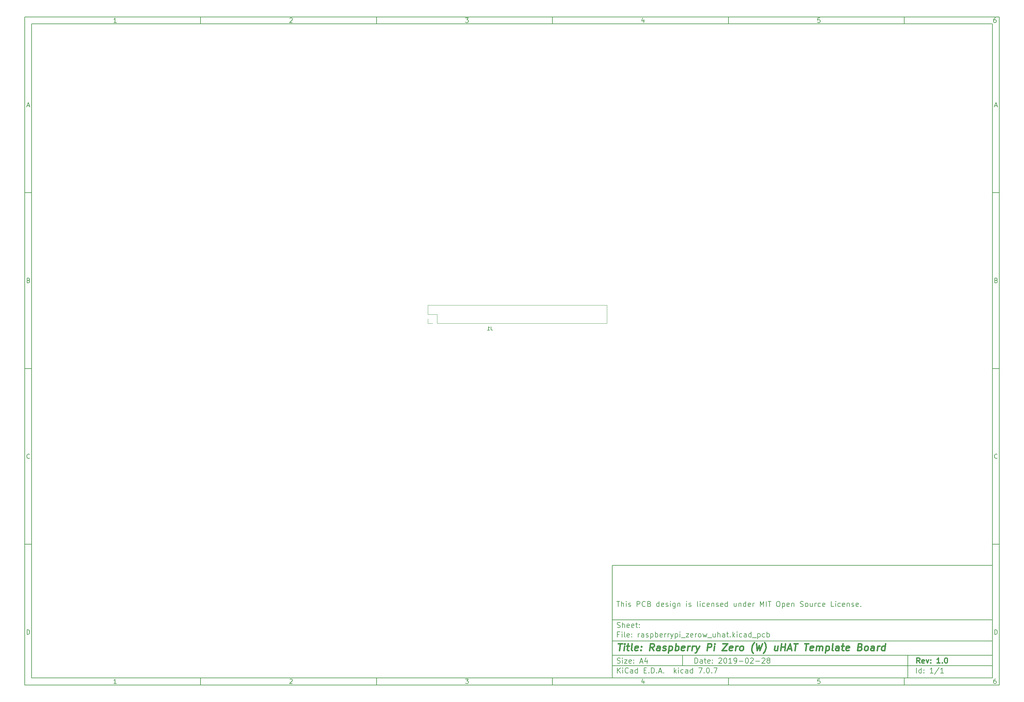
<source format=gbr>
G04 #@! TF.GenerationSoftware,KiCad,Pcbnew,7.0.7*
G04 #@! TF.CreationDate,2024-04-04T13:45:20+09:00*
G04 #@! TF.ProjectId,raspberrypi_zerow_uhat,72617370-6265-4727-9279-70695f7a6572,1.0*
G04 #@! TF.SameCoordinates,Original*
G04 #@! TF.FileFunction,Legend,Bot*
G04 #@! TF.FilePolarity,Positive*
%FSLAX46Y46*%
G04 Gerber Fmt 4.6, Leading zero omitted, Abs format (unit mm)*
G04 Created by KiCad (PCBNEW 7.0.7) date 2024-04-04 13:45:20*
%MOMM*%
%LPD*%
G01*
G04 APERTURE LIST*
%ADD10C,0.100000*%
%ADD11C,0.150000*%
%ADD12C,0.300000*%
%ADD13C,0.400000*%
%ADD14C,0.120000*%
G04 APERTURE END LIST*
D10*
D11*
X177002200Y-166007200D02*
X285002200Y-166007200D01*
X285002200Y-198007200D01*
X177002200Y-198007200D01*
X177002200Y-166007200D01*
D10*
D11*
X10000000Y-10000000D02*
X287002200Y-10000000D01*
X287002200Y-200007200D01*
X10000000Y-200007200D01*
X10000000Y-10000000D01*
D10*
D11*
X12000000Y-12000000D02*
X285002200Y-12000000D01*
X285002200Y-198007200D01*
X12000000Y-198007200D01*
X12000000Y-12000000D01*
D10*
D11*
X60000000Y-12000000D02*
X60000000Y-10000000D01*
D10*
D11*
X110000000Y-12000000D02*
X110000000Y-10000000D01*
D10*
D11*
X160000000Y-12000000D02*
X160000000Y-10000000D01*
D10*
D11*
X210000000Y-12000000D02*
X210000000Y-10000000D01*
D10*
D11*
X260000000Y-12000000D02*
X260000000Y-10000000D01*
D10*
D11*
X36089160Y-11593604D02*
X35346303Y-11593604D01*
X35717731Y-11593604D02*
X35717731Y-10293604D01*
X35717731Y-10293604D02*
X35593922Y-10479319D01*
X35593922Y-10479319D02*
X35470112Y-10603128D01*
X35470112Y-10603128D02*
X35346303Y-10665033D01*
D10*
D11*
X85346303Y-10417414D02*
X85408207Y-10355509D01*
X85408207Y-10355509D02*
X85532017Y-10293604D01*
X85532017Y-10293604D02*
X85841541Y-10293604D01*
X85841541Y-10293604D02*
X85965350Y-10355509D01*
X85965350Y-10355509D02*
X86027255Y-10417414D01*
X86027255Y-10417414D02*
X86089160Y-10541223D01*
X86089160Y-10541223D02*
X86089160Y-10665033D01*
X86089160Y-10665033D02*
X86027255Y-10850747D01*
X86027255Y-10850747D02*
X85284398Y-11593604D01*
X85284398Y-11593604D02*
X86089160Y-11593604D01*
D10*
D11*
X135284398Y-10293604D02*
X136089160Y-10293604D01*
X136089160Y-10293604D02*
X135655826Y-10788842D01*
X135655826Y-10788842D02*
X135841541Y-10788842D01*
X135841541Y-10788842D02*
X135965350Y-10850747D01*
X135965350Y-10850747D02*
X136027255Y-10912652D01*
X136027255Y-10912652D02*
X136089160Y-11036461D01*
X136089160Y-11036461D02*
X136089160Y-11345985D01*
X136089160Y-11345985D02*
X136027255Y-11469795D01*
X136027255Y-11469795D02*
X135965350Y-11531700D01*
X135965350Y-11531700D02*
X135841541Y-11593604D01*
X135841541Y-11593604D02*
X135470112Y-11593604D01*
X135470112Y-11593604D02*
X135346303Y-11531700D01*
X135346303Y-11531700D02*
X135284398Y-11469795D01*
D10*
D11*
X185965350Y-10726938D02*
X185965350Y-11593604D01*
X185655826Y-10231700D02*
X185346303Y-11160271D01*
X185346303Y-11160271D02*
X186151064Y-11160271D01*
D10*
D11*
X236027255Y-10293604D02*
X235408207Y-10293604D01*
X235408207Y-10293604D02*
X235346303Y-10912652D01*
X235346303Y-10912652D02*
X235408207Y-10850747D01*
X235408207Y-10850747D02*
X235532017Y-10788842D01*
X235532017Y-10788842D02*
X235841541Y-10788842D01*
X235841541Y-10788842D02*
X235965350Y-10850747D01*
X235965350Y-10850747D02*
X236027255Y-10912652D01*
X236027255Y-10912652D02*
X236089160Y-11036461D01*
X236089160Y-11036461D02*
X236089160Y-11345985D01*
X236089160Y-11345985D02*
X236027255Y-11469795D01*
X236027255Y-11469795D02*
X235965350Y-11531700D01*
X235965350Y-11531700D02*
X235841541Y-11593604D01*
X235841541Y-11593604D02*
X235532017Y-11593604D01*
X235532017Y-11593604D02*
X235408207Y-11531700D01*
X235408207Y-11531700D02*
X235346303Y-11469795D01*
D10*
D11*
X285965350Y-10293604D02*
X285717731Y-10293604D01*
X285717731Y-10293604D02*
X285593922Y-10355509D01*
X285593922Y-10355509D02*
X285532017Y-10417414D01*
X285532017Y-10417414D02*
X285408207Y-10603128D01*
X285408207Y-10603128D02*
X285346303Y-10850747D01*
X285346303Y-10850747D02*
X285346303Y-11345985D01*
X285346303Y-11345985D02*
X285408207Y-11469795D01*
X285408207Y-11469795D02*
X285470112Y-11531700D01*
X285470112Y-11531700D02*
X285593922Y-11593604D01*
X285593922Y-11593604D02*
X285841541Y-11593604D01*
X285841541Y-11593604D02*
X285965350Y-11531700D01*
X285965350Y-11531700D02*
X286027255Y-11469795D01*
X286027255Y-11469795D02*
X286089160Y-11345985D01*
X286089160Y-11345985D02*
X286089160Y-11036461D01*
X286089160Y-11036461D02*
X286027255Y-10912652D01*
X286027255Y-10912652D02*
X285965350Y-10850747D01*
X285965350Y-10850747D02*
X285841541Y-10788842D01*
X285841541Y-10788842D02*
X285593922Y-10788842D01*
X285593922Y-10788842D02*
X285470112Y-10850747D01*
X285470112Y-10850747D02*
X285408207Y-10912652D01*
X285408207Y-10912652D02*
X285346303Y-11036461D01*
D10*
D11*
X60000000Y-198007200D02*
X60000000Y-200007200D01*
D10*
D11*
X110000000Y-198007200D02*
X110000000Y-200007200D01*
D10*
D11*
X160000000Y-198007200D02*
X160000000Y-200007200D01*
D10*
D11*
X210000000Y-198007200D02*
X210000000Y-200007200D01*
D10*
D11*
X260000000Y-198007200D02*
X260000000Y-200007200D01*
D10*
D11*
X36089160Y-199600804D02*
X35346303Y-199600804D01*
X35717731Y-199600804D02*
X35717731Y-198300804D01*
X35717731Y-198300804D02*
X35593922Y-198486519D01*
X35593922Y-198486519D02*
X35470112Y-198610328D01*
X35470112Y-198610328D02*
X35346303Y-198672233D01*
D10*
D11*
X85346303Y-198424614D02*
X85408207Y-198362709D01*
X85408207Y-198362709D02*
X85532017Y-198300804D01*
X85532017Y-198300804D02*
X85841541Y-198300804D01*
X85841541Y-198300804D02*
X85965350Y-198362709D01*
X85965350Y-198362709D02*
X86027255Y-198424614D01*
X86027255Y-198424614D02*
X86089160Y-198548423D01*
X86089160Y-198548423D02*
X86089160Y-198672233D01*
X86089160Y-198672233D02*
X86027255Y-198857947D01*
X86027255Y-198857947D02*
X85284398Y-199600804D01*
X85284398Y-199600804D02*
X86089160Y-199600804D01*
D10*
D11*
X135284398Y-198300804D02*
X136089160Y-198300804D01*
X136089160Y-198300804D02*
X135655826Y-198796042D01*
X135655826Y-198796042D02*
X135841541Y-198796042D01*
X135841541Y-198796042D02*
X135965350Y-198857947D01*
X135965350Y-198857947D02*
X136027255Y-198919852D01*
X136027255Y-198919852D02*
X136089160Y-199043661D01*
X136089160Y-199043661D02*
X136089160Y-199353185D01*
X136089160Y-199353185D02*
X136027255Y-199476995D01*
X136027255Y-199476995D02*
X135965350Y-199538900D01*
X135965350Y-199538900D02*
X135841541Y-199600804D01*
X135841541Y-199600804D02*
X135470112Y-199600804D01*
X135470112Y-199600804D02*
X135346303Y-199538900D01*
X135346303Y-199538900D02*
X135284398Y-199476995D01*
D10*
D11*
X185965350Y-198734138D02*
X185965350Y-199600804D01*
X185655826Y-198238900D02*
X185346303Y-199167471D01*
X185346303Y-199167471D02*
X186151064Y-199167471D01*
D10*
D11*
X236027255Y-198300804D02*
X235408207Y-198300804D01*
X235408207Y-198300804D02*
X235346303Y-198919852D01*
X235346303Y-198919852D02*
X235408207Y-198857947D01*
X235408207Y-198857947D02*
X235532017Y-198796042D01*
X235532017Y-198796042D02*
X235841541Y-198796042D01*
X235841541Y-198796042D02*
X235965350Y-198857947D01*
X235965350Y-198857947D02*
X236027255Y-198919852D01*
X236027255Y-198919852D02*
X236089160Y-199043661D01*
X236089160Y-199043661D02*
X236089160Y-199353185D01*
X236089160Y-199353185D02*
X236027255Y-199476995D01*
X236027255Y-199476995D02*
X235965350Y-199538900D01*
X235965350Y-199538900D02*
X235841541Y-199600804D01*
X235841541Y-199600804D02*
X235532017Y-199600804D01*
X235532017Y-199600804D02*
X235408207Y-199538900D01*
X235408207Y-199538900D02*
X235346303Y-199476995D01*
D10*
D11*
X285965350Y-198300804D02*
X285717731Y-198300804D01*
X285717731Y-198300804D02*
X285593922Y-198362709D01*
X285593922Y-198362709D02*
X285532017Y-198424614D01*
X285532017Y-198424614D02*
X285408207Y-198610328D01*
X285408207Y-198610328D02*
X285346303Y-198857947D01*
X285346303Y-198857947D02*
X285346303Y-199353185D01*
X285346303Y-199353185D02*
X285408207Y-199476995D01*
X285408207Y-199476995D02*
X285470112Y-199538900D01*
X285470112Y-199538900D02*
X285593922Y-199600804D01*
X285593922Y-199600804D02*
X285841541Y-199600804D01*
X285841541Y-199600804D02*
X285965350Y-199538900D01*
X285965350Y-199538900D02*
X286027255Y-199476995D01*
X286027255Y-199476995D02*
X286089160Y-199353185D01*
X286089160Y-199353185D02*
X286089160Y-199043661D01*
X286089160Y-199043661D02*
X286027255Y-198919852D01*
X286027255Y-198919852D02*
X285965350Y-198857947D01*
X285965350Y-198857947D02*
X285841541Y-198796042D01*
X285841541Y-198796042D02*
X285593922Y-198796042D01*
X285593922Y-198796042D02*
X285470112Y-198857947D01*
X285470112Y-198857947D02*
X285408207Y-198919852D01*
X285408207Y-198919852D02*
X285346303Y-199043661D01*
D10*
D11*
X10000000Y-60000000D02*
X12000000Y-60000000D01*
D10*
D11*
X10000000Y-110000000D02*
X12000000Y-110000000D01*
D10*
D11*
X10000000Y-160000000D02*
X12000000Y-160000000D01*
D10*
D11*
X10690476Y-35222176D02*
X11309523Y-35222176D01*
X10566666Y-35593604D02*
X10999999Y-34293604D01*
X10999999Y-34293604D02*
X11433333Y-35593604D01*
D10*
D11*
X11092857Y-84912652D02*
X11278571Y-84974557D01*
X11278571Y-84974557D02*
X11340476Y-85036461D01*
X11340476Y-85036461D02*
X11402380Y-85160271D01*
X11402380Y-85160271D02*
X11402380Y-85345985D01*
X11402380Y-85345985D02*
X11340476Y-85469795D01*
X11340476Y-85469795D02*
X11278571Y-85531700D01*
X11278571Y-85531700D02*
X11154761Y-85593604D01*
X11154761Y-85593604D02*
X10659523Y-85593604D01*
X10659523Y-85593604D02*
X10659523Y-84293604D01*
X10659523Y-84293604D02*
X11092857Y-84293604D01*
X11092857Y-84293604D02*
X11216666Y-84355509D01*
X11216666Y-84355509D02*
X11278571Y-84417414D01*
X11278571Y-84417414D02*
X11340476Y-84541223D01*
X11340476Y-84541223D02*
X11340476Y-84665033D01*
X11340476Y-84665033D02*
X11278571Y-84788842D01*
X11278571Y-84788842D02*
X11216666Y-84850747D01*
X11216666Y-84850747D02*
X11092857Y-84912652D01*
X11092857Y-84912652D02*
X10659523Y-84912652D01*
D10*
D11*
X11402380Y-135469795D02*
X11340476Y-135531700D01*
X11340476Y-135531700D02*
X11154761Y-135593604D01*
X11154761Y-135593604D02*
X11030952Y-135593604D01*
X11030952Y-135593604D02*
X10845238Y-135531700D01*
X10845238Y-135531700D02*
X10721428Y-135407890D01*
X10721428Y-135407890D02*
X10659523Y-135284080D01*
X10659523Y-135284080D02*
X10597619Y-135036461D01*
X10597619Y-135036461D02*
X10597619Y-134850747D01*
X10597619Y-134850747D02*
X10659523Y-134603128D01*
X10659523Y-134603128D02*
X10721428Y-134479319D01*
X10721428Y-134479319D02*
X10845238Y-134355509D01*
X10845238Y-134355509D02*
X11030952Y-134293604D01*
X11030952Y-134293604D02*
X11154761Y-134293604D01*
X11154761Y-134293604D02*
X11340476Y-134355509D01*
X11340476Y-134355509D02*
X11402380Y-134417414D01*
D10*
D11*
X10659523Y-185593604D02*
X10659523Y-184293604D01*
X10659523Y-184293604D02*
X10969047Y-184293604D01*
X10969047Y-184293604D02*
X11154761Y-184355509D01*
X11154761Y-184355509D02*
X11278571Y-184479319D01*
X11278571Y-184479319D02*
X11340476Y-184603128D01*
X11340476Y-184603128D02*
X11402380Y-184850747D01*
X11402380Y-184850747D02*
X11402380Y-185036461D01*
X11402380Y-185036461D02*
X11340476Y-185284080D01*
X11340476Y-185284080D02*
X11278571Y-185407890D01*
X11278571Y-185407890D02*
X11154761Y-185531700D01*
X11154761Y-185531700D02*
X10969047Y-185593604D01*
X10969047Y-185593604D02*
X10659523Y-185593604D01*
D10*
D11*
X287002200Y-60000000D02*
X285002200Y-60000000D01*
D10*
D11*
X287002200Y-110000000D02*
X285002200Y-110000000D01*
D10*
D11*
X287002200Y-160000000D02*
X285002200Y-160000000D01*
D10*
D11*
X285692676Y-35222176D02*
X286311723Y-35222176D01*
X285568866Y-35593604D02*
X286002199Y-34293604D01*
X286002199Y-34293604D02*
X286435533Y-35593604D01*
D10*
D11*
X286095057Y-84912652D02*
X286280771Y-84974557D01*
X286280771Y-84974557D02*
X286342676Y-85036461D01*
X286342676Y-85036461D02*
X286404580Y-85160271D01*
X286404580Y-85160271D02*
X286404580Y-85345985D01*
X286404580Y-85345985D02*
X286342676Y-85469795D01*
X286342676Y-85469795D02*
X286280771Y-85531700D01*
X286280771Y-85531700D02*
X286156961Y-85593604D01*
X286156961Y-85593604D02*
X285661723Y-85593604D01*
X285661723Y-85593604D02*
X285661723Y-84293604D01*
X285661723Y-84293604D02*
X286095057Y-84293604D01*
X286095057Y-84293604D02*
X286218866Y-84355509D01*
X286218866Y-84355509D02*
X286280771Y-84417414D01*
X286280771Y-84417414D02*
X286342676Y-84541223D01*
X286342676Y-84541223D02*
X286342676Y-84665033D01*
X286342676Y-84665033D02*
X286280771Y-84788842D01*
X286280771Y-84788842D02*
X286218866Y-84850747D01*
X286218866Y-84850747D02*
X286095057Y-84912652D01*
X286095057Y-84912652D02*
X285661723Y-84912652D01*
D10*
D11*
X286404580Y-135469795D02*
X286342676Y-135531700D01*
X286342676Y-135531700D02*
X286156961Y-135593604D01*
X286156961Y-135593604D02*
X286033152Y-135593604D01*
X286033152Y-135593604D02*
X285847438Y-135531700D01*
X285847438Y-135531700D02*
X285723628Y-135407890D01*
X285723628Y-135407890D02*
X285661723Y-135284080D01*
X285661723Y-135284080D02*
X285599819Y-135036461D01*
X285599819Y-135036461D02*
X285599819Y-134850747D01*
X285599819Y-134850747D02*
X285661723Y-134603128D01*
X285661723Y-134603128D02*
X285723628Y-134479319D01*
X285723628Y-134479319D02*
X285847438Y-134355509D01*
X285847438Y-134355509D02*
X286033152Y-134293604D01*
X286033152Y-134293604D02*
X286156961Y-134293604D01*
X286156961Y-134293604D02*
X286342676Y-134355509D01*
X286342676Y-134355509D02*
X286404580Y-134417414D01*
D10*
D11*
X285661723Y-185593604D02*
X285661723Y-184293604D01*
X285661723Y-184293604D02*
X285971247Y-184293604D01*
X285971247Y-184293604D02*
X286156961Y-184355509D01*
X286156961Y-184355509D02*
X286280771Y-184479319D01*
X286280771Y-184479319D02*
X286342676Y-184603128D01*
X286342676Y-184603128D02*
X286404580Y-184850747D01*
X286404580Y-184850747D02*
X286404580Y-185036461D01*
X286404580Y-185036461D02*
X286342676Y-185284080D01*
X286342676Y-185284080D02*
X286280771Y-185407890D01*
X286280771Y-185407890D02*
X286156961Y-185531700D01*
X286156961Y-185531700D02*
X285971247Y-185593604D01*
X285971247Y-185593604D02*
X285661723Y-185593604D01*
D10*
D11*
X200458026Y-193793328D02*
X200458026Y-192293328D01*
X200458026Y-192293328D02*
X200815169Y-192293328D01*
X200815169Y-192293328D02*
X201029455Y-192364757D01*
X201029455Y-192364757D02*
X201172312Y-192507614D01*
X201172312Y-192507614D02*
X201243741Y-192650471D01*
X201243741Y-192650471D02*
X201315169Y-192936185D01*
X201315169Y-192936185D02*
X201315169Y-193150471D01*
X201315169Y-193150471D02*
X201243741Y-193436185D01*
X201243741Y-193436185D02*
X201172312Y-193579042D01*
X201172312Y-193579042D02*
X201029455Y-193721900D01*
X201029455Y-193721900D02*
X200815169Y-193793328D01*
X200815169Y-193793328D02*
X200458026Y-193793328D01*
X202600884Y-193793328D02*
X202600884Y-193007614D01*
X202600884Y-193007614D02*
X202529455Y-192864757D01*
X202529455Y-192864757D02*
X202386598Y-192793328D01*
X202386598Y-192793328D02*
X202100884Y-192793328D01*
X202100884Y-192793328D02*
X201958026Y-192864757D01*
X202600884Y-193721900D02*
X202458026Y-193793328D01*
X202458026Y-193793328D02*
X202100884Y-193793328D01*
X202100884Y-193793328D02*
X201958026Y-193721900D01*
X201958026Y-193721900D02*
X201886598Y-193579042D01*
X201886598Y-193579042D02*
X201886598Y-193436185D01*
X201886598Y-193436185D02*
X201958026Y-193293328D01*
X201958026Y-193293328D02*
X202100884Y-193221900D01*
X202100884Y-193221900D02*
X202458026Y-193221900D01*
X202458026Y-193221900D02*
X202600884Y-193150471D01*
X203100884Y-192793328D02*
X203672312Y-192793328D01*
X203315169Y-192293328D02*
X203315169Y-193579042D01*
X203315169Y-193579042D02*
X203386598Y-193721900D01*
X203386598Y-193721900D02*
X203529455Y-193793328D01*
X203529455Y-193793328D02*
X203672312Y-193793328D01*
X204743741Y-193721900D02*
X204600884Y-193793328D01*
X204600884Y-193793328D02*
X204315170Y-193793328D01*
X204315170Y-193793328D02*
X204172312Y-193721900D01*
X204172312Y-193721900D02*
X204100884Y-193579042D01*
X204100884Y-193579042D02*
X204100884Y-193007614D01*
X204100884Y-193007614D02*
X204172312Y-192864757D01*
X204172312Y-192864757D02*
X204315170Y-192793328D01*
X204315170Y-192793328D02*
X204600884Y-192793328D01*
X204600884Y-192793328D02*
X204743741Y-192864757D01*
X204743741Y-192864757D02*
X204815170Y-193007614D01*
X204815170Y-193007614D02*
X204815170Y-193150471D01*
X204815170Y-193150471D02*
X204100884Y-193293328D01*
X205458026Y-193650471D02*
X205529455Y-193721900D01*
X205529455Y-193721900D02*
X205458026Y-193793328D01*
X205458026Y-193793328D02*
X205386598Y-193721900D01*
X205386598Y-193721900D02*
X205458026Y-193650471D01*
X205458026Y-193650471D02*
X205458026Y-193793328D01*
X205458026Y-192864757D02*
X205529455Y-192936185D01*
X205529455Y-192936185D02*
X205458026Y-193007614D01*
X205458026Y-193007614D02*
X205386598Y-192936185D01*
X205386598Y-192936185D02*
X205458026Y-192864757D01*
X205458026Y-192864757D02*
X205458026Y-193007614D01*
X207243741Y-192436185D02*
X207315169Y-192364757D01*
X207315169Y-192364757D02*
X207458027Y-192293328D01*
X207458027Y-192293328D02*
X207815169Y-192293328D01*
X207815169Y-192293328D02*
X207958027Y-192364757D01*
X207958027Y-192364757D02*
X208029455Y-192436185D01*
X208029455Y-192436185D02*
X208100884Y-192579042D01*
X208100884Y-192579042D02*
X208100884Y-192721900D01*
X208100884Y-192721900D02*
X208029455Y-192936185D01*
X208029455Y-192936185D02*
X207172312Y-193793328D01*
X207172312Y-193793328D02*
X208100884Y-193793328D01*
X209029455Y-192293328D02*
X209172312Y-192293328D01*
X209172312Y-192293328D02*
X209315169Y-192364757D01*
X209315169Y-192364757D02*
X209386598Y-192436185D01*
X209386598Y-192436185D02*
X209458026Y-192579042D01*
X209458026Y-192579042D02*
X209529455Y-192864757D01*
X209529455Y-192864757D02*
X209529455Y-193221900D01*
X209529455Y-193221900D02*
X209458026Y-193507614D01*
X209458026Y-193507614D02*
X209386598Y-193650471D01*
X209386598Y-193650471D02*
X209315169Y-193721900D01*
X209315169Y-193721900D02*
X209172312Y-193793328D01*
X209172312Y-193793328D02*
X209029455Y-193793328D01*
X209029455Y-193793328D02*
X208886598Y-193721900D01*
X208886598Y-193721900D02*
X208815169Y-193650471D01*
X208815169Y-193650471D02*
X208743740Y-193507614D01*
X208743740Y-193507614D02*
X208672312Y-193221900D01*
X208672312Y-193221900D02*
X208672312Y-192864757D01*
X208672312Y-192864757D02*
X208743740Y-192579042D01*
X208743740Y-192579042D02*
X208815169Y-192436185D01*
X208815169Y-192436185D02*
X208886598Y-192364757D01*
X208886598Y-192364757D02*
X209029455Y-192293328D01*
X210958026Y-193793328D02*
X210100883Y-193793328D01*
X210529454Y-193793328D02*
X210529454Y-192293328D01*
X210529454Y-192293328D02*
X210386597Y-192507614D01*
X210386597Y-192507614D02*
X210243740Y-192650471D01*
X210243740Y-192650471D02*
X210100883Y-192721900D01*
X211672311Y-193793328D02*
X211958025Y-193793328D01*
X211958025Y-193793328D02*
X212100882Y-193721900D01*
X212100882Y-193721900D02*
X212172311Y-193650471D01*
X212172311Y-193650471D02*
X212315168Y-193436185D01*
X212315168Y-193436185D02*
X212386597Y-193150471D01*
X212386597Y-193150471D02*
X212386597Y-192579042D01*
X212386597Y-192579042D02*
X212315168Y-192436185D01*
X212315168Y-192436185D02*
X212243740Y-192364757D01*
X212243740Y-192364757D02*
X212100882Y-192293328D01*
X212100882Y-192293328D02*
X211815168Y-192293328D01*
X211815168Y-192293328D02*
X211672311Y-192364757D01*
X211672311Y-192364757D02*
X211600882Y-192436185D01*
X211600882Y-192436185D02*
X211529454Y-192579042D01*
X211529454Y-192579042D02*
X211529454Y-192936185D01*
X211529454Y-192936185D02*
X211600882Y-193079042D01*
X211600882Y-193079042D02*
X211672311Y-193150471D01*
X211672311Y-193150471D02*
X211815168Y-193221900D01*
X211815168Y-193221900D02*
X212100882Y-193221900D01*
X212100882Y-193221900D02*
X212243740Y-193150471D01*
X212243740Y-193150471D02*
X212315168Y-193079042D01*
X212315168Y-193079042D02*
X212386597Y-192936185D01*
X213029453Y-193221900D02*
X214172311Y-193221900D01*
X215172311Y-192293328D02*
X215315168Y-192293328D01*
X215315168Y-192293328D02*
X215458025Y-192364757D01*
X215458025Y-192364757D02*
X215529454Y-192436185D01*
X215529454Y-192436185D02*
X215600882Y-192579042D01*
X215600882Y-192579042D02*
X215672311Y-192864757D01*
X215672311Y-192864757D02*
X215672311Y-193221900D01*
X215672311Y-193221900D02*
X215600882Y-193507614D01*
X215600882Y-193507614D02*
X215529454Y-193650471D01*
X215529454Y-193650471D02*
X215458025Y-193721900D01*
X215458025Y-193721900D02*
X215315168Y-193793328D01*
X215315168Y-193793328D02*
X215172311Y-193793328D01*
X215172311Y-193793328D02*
X215029454Y-193721900D01*
X215029454Y-193721900D02*
X214958025Y-193650471D01*
X214958025Y-193650471D02*
X214886596Y-193507614D01*
X214886596Y-193507614D02*
X214815168Y-193221900D01*
X214815168Y-193221900D02*
X214815168Y-192864757D01*
X214815168Y-192864757D02*
X214886596Y-192579042D01*
X214886596Y-192579042D02*
X214958025Y-192436185D01*
X214958025Y-192436185D02*
X215029454Y-192364757D01*
X215029454Y-192364757D02*
X215172311Y-192293328D01*
X216243739Y-192436185D02*
X216315167Y-192364757D01*
X216315167Y-192364757D02*
X216458025Y-192293328D01*
X216458025Y-192293328D02*
X216815167Y-192293328D01*
X216815167Y-192293328D02*
X216958025Y-192364757D01*
X216958025Y-192364757D02*
X217029453Y-192436185D01*
X217029453Y-192436185D02*
X217100882Y-192579042D01*
X217100882Y-192579042D02*
X217100882Y-192721900D01*
X217100882Y-192721900D02*
X217029453Y-192936185D01*
X217029453Y-192936185D02*
X216172310Y-193793328D01*
X216172310Y-193793328D02*
X217100882Y-193793328D01*
X217743738Y-193221900D02*
X218886596Y-193221900D01*
X219529453Y-192436185D02*
X219600881Y-192364757D01*
X219600881Y-192364757D02*
X219743739Y-192293328D01*
X219743739Y-192293328D02*
X220100881Y-192293328D01*
X220100881Y-192293328D02*
X220243739Y-192364757D01*
X220243739Y-192364757D02*
X220315167Y-192436185D01*
X220315167Y-192436185D02*
X220386596Y-192579042D01*
X220386596Y-192579042D02*
X220386596Y-192721900D01*
X220386596Y-192721900D02*
X220315167Y-192936185D01*
X220315167Y-192936185D02*
X219458024Y-193793328D01*
X219458024Y-193793328D02*
X220386596Y-193793328D01*
X221243738Y-192936185D02*
X221100881Y-192864757D01*
X221100881Y-192864757D02*
X221029452Y-192793328D01*
X221029452Y-192793328D02*
X220958024Y-192650471D01*
X220958024Y-192650471D02*
X220958024Y-192579042D01*
X220958024Y-192579042D02*
X221029452Y-192436185D01*
X221029452Y-192436185D02*
X221100881Y-192364757D01*
X221100881Y-192364757D02*
X221243738Y-192293328D01*
X221243738Y-192293328D02*
X221529452Y-192293328D01*
X221529452Y-192293328D02*
X221672310Y-192364757D01*
X221672310Y-192364757D02*
X221743738Y-192436185D01*
X221743738Y-192436185D02*
X221815167Y-192579042D01*
X221815167Y-192579042D02*
X221815167Y-192650471D01*
X221815167Y-192650471D02*
X221743738Y-192793328D01*
X221743738Y-192793328D02*
X221672310Y-192864757D01*
X221672310Y-192864757D02*
X221529452Y-192936185D01*
X221529452Y-192936185D02*
X221243738Y-192936185D01*
X221243738Y-192936185D02*
X221100881Y-193007614D01*
X221100881Y-193007614D02*
X221029452Y-193079042D01*
X221029452Y-193079042D02*
X220958024Y-193221900D01*
X220958024Y-193221900D02*
X220958024Y-193507614D01*
X220958024Y-193507614D02*
X221029452Y-193650471D01*
X221029452Y-193650471D02*
X221100881Y-193721900D01*
X221100881Y-193721900D02*
X221243738Y-193793328D01*
X221243738Y-193793328D02*
X221529452Y-193793328D01*
X221529452Y-193793328D02*
X221672310Y-193721900D01*
X221672310Y-193721900D02*
X221743738Y-193650471D01*
X221743738Y-193650471D02*
X221815167Y-193507614D01*
X221815167Y-193507614D02*
X221815167Y-193221900D01*
X221815167Y-193221900D02*
X221743738Y-193079042D01*
X221743738Y-193079042D02*
X221672310Y-193007614D01*
X221672310Y-193007614D02*
X221529452Y-192936185D01*
D10*
D11*
X177002200Y-194507200D02*
X285002200Y-194507200D01*
D10*
D11*
X178458026Y-196593328D02*
X178458026Y-195093328D01*
X179315169Y-196593328D02*
X178672312Y-195736185D01*
X179315169Y-195093328D02*
X178458026Y-195950471D01*
X179958026Y-196593328D02*
X179958026Y-195593328D01*
X179958026Y-195093328D02*
X179886598Y-195164757D01*
X179886598Y-195164757D02*
X179958026Y-195236185D01*
X179958026Y-195236185D02*
X180029455Y-195164757D01*
X180029455Y-195164757D02*
X179958026Y-195093328D01*
X179958026Y-195093328D02*
X179958026Y-195236185D01*
X181529455Y-196450471D02*
X181458027Y-196521900D01*
X181458027Y-196521900D02*
X181243741Y-196593328D01*
X181243741Y-196593328D02*
X181100884Y-196593328D01*
X181100884Y-196593328D02*
X180886598Y-196521900D01*
X180886598Y-196521900D02*
X180743741Y-196379042D01*
X180743741Y-196379042D02*
X180672312Y-196236185D01*
X180672312Y-196236185D02*
X180600884Y-195950471D01*
X180600884Y-195950471D02*
X180600884Y-195736185D01*
X180600884Y-195736185D02*
X180672312Y-195450471D01*
X180672312Y-195450471D02*
X180743741Y-195307614D01*
X180743741Y-195307614D02*
X180886598Y-195164757D01*
X180886598Y-195164757D02*
X181100884Y-195093328D01*
X181100884Y-195093328D02*
X181243741Y-195093328D01*
X181243741Y-195093328D02*
X181458027Y-195164757D01*
X181458027Y-195164757D02*
X181529455Y-195236185D01*
X182815170Y-196593328D02*
X182815170Y-195807614D01*
X182815170Y-195807614D02*
X182743741Y-195664757D01*
X182743741Y-195664757D02*
X182600884Y-195593328D01*
X182600884Y-195593328D02*
X182315170Y-195593328D01*
X182315170Y-195593328D02*
X182172312Y-195664757D01*
X182815170Y-196521900D02*
X182672312Y-196593328D01*
X182672312Y-196593328D02*
X182315170Y-196593328D01*
X182315170Y-196593328D02*
X182172312Y-196521900D01*
X182172312Y-196521900D02*
X182100884Y-196379042D01*
X182100884Y-196379042D02*
X182100884Y-196236185D01*
X182100884Y-196236185D02*
X182172312Y-196093328D01*
X182172312Y-196093328D02*
X182315170Y-196021900D01*
X182315170Y-196021900D02*
X182672312Y-196021900D01*
X182672312Y-196021900D02*
X182815170Y-195950471D01*
X184172313Y-196593328D02*
X184172313Y-195093328D01*
X184172313Y-196521900D02*
X184029455Y-196593328D01*
X184029455Y-196593328D02*
X183743741Y-196593328D01*
X183743741Y-196593328D02*
X183600884Y-196521900D01*
X183600884Y-196521900D02*
X183529455Y-196450471D01*
X183529455Y-196450471D02*
X183458027Y-196307614D01*
X183458027Y-196307614D02*
X183458027Y-195879042D01*
X183458027Y-195879042D02*
X183529455Y-195736185D01*
X183529455Y-195736185D02*
X183600884Y-195664757D01*
X183600884Y-195664757D02*
X183743741Y-195593328D01*
X183743741Y-195593328D02*
X184029455Y-195593328D01*
X184029455Y-195593328D02*
X184172313Y-195664757D01*
X186029455Y-195807614D02*
X186529455Y-195807614D01*
X186743741Y-196593328D02*
X186029455Y-196593328D01*
X186029455Y-196593328D02*
X186029455Y-195093328D01*
X186029455Y-195093328D02*
X186743741Y-195093328D01*
X187386598Y-196450471D02*
X187458027Y-196521900D01*
X187458027Y-196521900D02*
X187386598Y-196593328D01*
X187386598Y-196593328D02*
X187315170Y-196521900D01*
X187315170Y-196521900D02*
X187386598Y-196450471D01*
X187386598Y-196450471D02*
X187386598Y-196593328D01*
X188100884Y-196593328D02*
X188100884Y-195093328D01*
X188100884Y-195093328D02*
X188458027Y-195093328D01*
X188458027Y-195093328D02*
X188672313Y-195164757D01*
X188672313Y-195164757D02*
X188815170Y-195307614D01*
X188815170Y-195307614D02*
X188886599Y-195450471D01*
X188886599Y-195450471D02*
X188958027Y-195736185D01*
X188958027Y-195736185D02*
X188958027Y-195950471D01*
X188958027Y-195950471D02*
X188886599Y-196236185D01*
X188886599Y-196236185D02*
X188815170Y-196379042D01*
X188815170Y-196379042D02*
X188672313Y-196521900D01*
X188672313Y-196521900D02*
X188458027Y-196593328D01*
X188458027Y-196593328D02*
X188100884Y-196593328D01*
X189600884Y-196450471D02*
X189672313Y-196521900D01*
X189672313Y-196521900D02*
X189600884Y-196593328D01*
X189600884Y-196593328D02*
X189529456Y-196521900D01*
X189529456Y-196521900D02*
X189600884Y-196450471D01*
X189600884Y-196450471D02*
X189600884Y-196593328D01*
X190243742Y-196164757D02*
X190958028Y-196164757D01*
X190100885Y-196593328D02*
X190600885Y-195093328D01*
X190600885Y-195093328D02*
X191100885Y-196593328D01*
X191600884Y-196450471D02*
X191672313Y-196521900D01*
X191672313Y-196521900D02*
X191600884Y-196593328D01*
X191600884Y-196593328D02*
X191529456Y-196521900D01*
X191529456Y-196521900D02*
X191600884Y-196450471D01*
X191600884Y-196450471D02*
X191600884Y-196593328D01*
X194600884Y-196593328D02*
X194600884Y-195093328D01*
X194743742Y-196021900D02*
X195172313Y-196593328D01*
X195172313Y-195593328D02*
X194600884Y-196164757D01*
X195815170Y-196593328D02*
X195815170Y-195593328D01*
X195815170Y-195093328D02*
X195743742Y-195164757D01*
X195743742Y-195164757D02*
X195815170Y-195236185D01*
X195815170Y-195236185D02*
X195886599Y-195164757D01*
X195886599Y-195164757D02*
X195815170Y-195093328D01*
X195815170Y-195093328D02*
X195815170Y-195236185D01*
X197172314Y-196521900D02*
X197029456Y-196593328D01*
X197029456Y-196593328D02*
X196743742Y-196593328D01*
X196743742Y-196593328D02*
X196600885Y-196521900D01*
X196600885Y-196521900D02*
X196529456Y-196450471D01*
X196529456Y-196450471D02*
X196458028Y-196307614D01*
X196458028Y-196307614D02*
X196458028Y-195879042D01*
X196458028Y-195879042D02*
X196529456Y-195736185D01*
X196529456Y-195736185D02*
X196600885Y-195664757D01*
X196600885Y-195664757D02*
X196743742Y-195593328D01*
X196743742Y-195593328D02*
X197029456Y-195593328D01*
X197029456Y-195593328D02*
X197172314Y-195664757D01*
X198458028Y-196593328D02*
X198458028Y-195807614D01*
X198458028Y-195807614D02*
X198386599Y-195664757D01*
X198386599Y-195664757D02*
X198243742Y-195593328D01*
X198243742Y-195593328D02*
X197958028Y-195593328D01*
X197958028Y-195593328D02*
X197815170Y-195664757D01*
X198458028Y-196521900D02*
X198315170Y-196593328D01*
X198315170Y-196593328D02*
X197958028Y-196593328D01*
X197958028Y-196593328D02*
X197815170Y-196521900D01*
X197815170Y-196521900D02*
X197743742Y-196379042D01*
X197743742Y-196379042D02*
X197743742Y-196236185D01*
X197743742Y-196236185D02*
X197815170Y-196093328D01*
X197815170Y-196093328D02*
X197958028Y-196021900D01*
X197958028Y-196021900D02*
X198315170Y-196021900D01*
X198315170Y-196021900D02*
X198458028Y-195950471D01*
X199815171Y-196593328D02*
X199815171Y-195093328D01*
X199815171Y-196521900D02*
X199672313Y-196593328D01*
X199672313Y-196593328D02*
X199386599Y-196593328D01*
X199386599Y-196593328D02*
X199243742Y-196521900D01*
X199243742Y-196521900D02*
X199172313Y-196450471D01*
X199172313Y-196450471D02*
X199100885Y-196307614D01*
X199100885Y-196307614D02*
X199100885Y-195879042D01*
X199100885Y-195879042D02*
X199172313Y-195736185D01*
X199172313Y-195736185D02*
X199243742Y-195664757D01*
X199243742Y-195664757D02*
X199386599Y-195593328D01*
X199386599Y-195593328D02*
X199672313Y-195593328D01*
X199672313Y-195593328D02*
X199815171Y-195664757D01*
X201529456Y-195093328D02*
X202529456Y-195093328D01*
X202529456Y-195093328D02*
X201886599Y-196593328D01*
X203100884Y-196450471D02*
X203172313Y-196521900D01*
X203172313Y-196521900D02*
X203100884Y-196593328D01*
X203100884Y-196593328D02*
X203029456Y-196521900D01*
X203029456Y-196521900D02*
X203100884Y-196450471D01*
X203100884Y-196450471D02*
X203100884Y-196593328D01*
X204100885Y-195093328D02*
X204243742Y-195093328D01*
X204243742Y-195093328D02*
X204386599Y-195164757D01*
X204386599Y-195164757D02*
X204458028Y-195236185D01*
X204458028Y-195236185D02*
X204529456Y-195379042D01*
X204529456Y-195379042D02*
X204600885Y-195664757D01*
X204600885Y-195664757D02*
X204600885Y-196021900D01*
X204600885Y-196021900D02*
X204529456Y-196307614D01*
X204529456Y-196307614D02*
X204458028Y-196450471D01*
X204458028Y-196450471D02*
X204386599Y-196521900D01*
X204386599Y-196521900D02*
X204243742Y-196593328D01*
X204243742Y-196593328D02*
X204100885Y-196593328D01*
X204100885Y-196593328D02*
X203958028Y-196521900D01*
X203958028Y-196521900D02*
X203886599Y-196450471D01*
X203886599Y-196450471D02*
X203815170Y-196307614D01*
X203815170Y-196307614D02*
X203743742Y-196021900D01*
X203743742Y-196021900D02*
X203743742Y-195664757D01*
X203743742Y-195664757D02*
X203815170Y-195379042D01*
X203815170Y-195379042D02*
X203886599Y-195236185D01*
X203886599Y-195236185D02*
X203958028Y-195164757D01*
X203958028Y-195164757D02*
X204100885Y-195093328D01*
X205243741Y-196450471D02*
X205315170Y-196521900D01*
X205315170Y-196521900D02*
X205243741Y-196593328D01*
X205243741Y-196593328D02*
X205172313Y-196521900D01*
X205172313Y-196521900D02*
X205243741Y-196450471D01*
X205243741Y-196450471D02*
X205243741Y-196593328D01*
X205815170Y-195093328D02*
X206815170Y-195093328D01*
X206815170Y-195093328D02*
X206172313Y-196593328D01*
D10*
D11*
X177002200Y-191507200D02*
X285002200Y-191507200D01*
D10*
D12*
X264413853Y-193785528D02*
X263913853Y-193071242D01*
X263556710Y-193785528D02*
X263556710Y-192285528D01*
X263556710Y-192285528D02*
X264128139Y-192285528D01*
X264128139Y-192285528D02*
X264270996Y-192356957D01*
X264270996Y-192356957D02*
X264342425Y-192428385D01*
X264342425Y-192428385D02*
X264413853Y-192571242D01*
X264413853Y-192571242D02*
X264413853Y-192785528D01*
X264413853Y-192785528D02*
X264342425Y-192928385D01*
X264342425Y-192928385D02*
X264270996Y-192999814D01*
X264270996Y-192999814D02*
X264128139Y-193071242D01*
X264128139Y-193071242D02*
X263556710Y-193071242D01*
X265628139Y-193714100D02*
X265485282Y-193785528D01*
X265485282Y-193785528D02*
X265199568Y-193785528D01*
X265199568Y-193785528D02*
X265056710Y-193714100D01*
X265056710Y-193714100D02*
X264985282Y-193571242D01*
X264985282Y-193571242D02*
X264985282Y-192999814D01*
X264985282Y-192999814D02*
X265056710Y-192856957D01*
X265056710Y-192856957D02*
X265199568Y-192785528D01*
X265199568Y-192785528D02*
X265485282Y-192785528D01*
X265485282Y-192785528D02*
X265628139Y-192856957D01*
X265628139Y-192856957D02*
X265699568Y-192999814D01*
X265699568Y-192999814D02*
X265699568Y-193142671D01*
X265699568Y-193142671D02*
X264985282Y-193285528D01*
X266199567Y-192785528D02*
X266556710Y-193785528D01*
X266556710Y-193785528D02*
X266913853Y-192785528D01*
X267485281Y-193642671D02*
X267556710Y-193714100D01*
X267556710Y-193714100D02*
X267485281Y-193785528D01*
X267485281Y-193785528D02*
X267413853Y-193714100D01*
X267413853Y-193714100D02*
X267485281Y-193642671D01*
X267485281Y-193642671D02*
X267485281Y-193785528D01*
X267485281Y-192856957D02*
X267556710Y-192928385D01*
X267556710Y-192928385D02*
X267485281Y-192999814D01*
X267485281Y-192999814D02*
X267413853Y-192928385D01*
X267413853Y-192928385D02*
X267485281Y-192856957D01*
X267485281Y-192856957D02*
X267485281Y-192999814D01*
X270128139Y-193785528D02*
X269270996Y-193785528D01*
X269699567Y-193785528D02*
X269699567Y-192285528D01*
X269699567Y-192285528D02*
X269556710Y-192499814D01*
X269556710Y-192499814D02*
X269413853Y-192642671D01*
X269413853Y-192642671D02*
X269270996Y-192714100D01*
X270770995Y-193642671D02*
X270842424Y-193714100D01*
X270842424Y-193714100D02*
X270770995Y-193785528D01*
X270770995Y-193785528D02*
X270699567Y-193714100D01*
X270699567Y-193714100D02*
X270770995Y-193642671D01*
X270770995Y-193642671D02*
X270770995Y-193785528D01*
X271770996Y-192285528D02*
X271913853Y-192285528D01*
X271913853Y-192285528D02*
X272056710Y-192356957D01*
X272056710Y-192356957D02*
X272128139Y-192428385D01*
X272128139Y-192428385D02*
X272199567Y-192571242D01*
X272199567Y-192571242D02*
X272270996Y-192856957D01*
X272270996Y-192856957D02*
X272270996Y-193214100D01*
X272270996Y-193214100D02*
X272199567Y-193499814D01*
X272199567Y-193499814D02*
X272128139Y-193642671D01*
X272128139Y-193642671D02*
X272056710Y-193714100D01*
X272056710Y-193714100D02*
X271913853Y-193785528D01*
X271913853Y-193785528D02*
X271770996Y-193785528D01*
X271770996Y-193785528D02*
X271628139Y-193714100D01*
X271628139Y-193714100D02*
X271556710Y-193642671D01*
X271556710Y-193642671D02*
X271485281Y-193499814D01*
X271485281Y-193499814D02*
X271413853Y-193214100D01*
X271413853Y-193214100D02*
X271413853Y-192856957D01*
X271413853Y-192856957D02*
X271485281Y-192571242D01*
X271485281Y-192571242D02*
X271556710Y-192428385D01*
X271556710Y-192428385D02*
X271628139Y-192356957D01*
X271628139Y-192356957D02*
X271770996Y-192285528D01*
D10*
D11*
X178386598Y-193721900D02*
X178600884Y-193793328D01*
X178600884Y-193793328D02*
X178958026Y-193793328D01*
X178958026Y-193793328D02*
X179100884Y-193721900D01*
X179100884Y-193721900D02*
X179172312Y-193650471D01*
X179172312Y-193650471D02*
X179243741Y-193507614D01*
X179243741Y-193507614D02*
X179243741Y-193364757D01*
X179243741Y-193364757D02*
X179172312Y-193221900D01*
X179172312Y-193221900D02*
X179100884Y-193150471D01*
X179100884Y-193150471D02*
X178958026Y-193079042D01*
X178958026Y-193079042D02*
X178672312Y-193007614D01*
X178672312Y-193007614D02*
X178529455Y-192936185D01*
X178529455Y-192936185D02*
X178458026Y-192864757D01*
X178458026Y-192864757D02*
X178386598Y-192721900D01*
X178386598Y-192721900D02*
X178386598Y-192579042D01*
X178386598Y-192579042D02*
X178458026Y-192436185D01*
X178458026Y-192436185D02*
X178529455Y-192364757D01*
X178529455Y-192364757D02*
X178672312Y-192293328D01*
X178672312Y-192293328D02*
X179029455Y-192293328D01*
X179029455Y-192293328D02*
X179243741Y-192364757D01*
X179886597Y-193793328D02*
X179886597Y-192793328D01*
X179886597Y-192293328D02*
X179815169Y-192364757D01*
X179815169Y-192364757D02*
X179886597Y-192436185D01*
X179886597Y-192436185D02*
X179958026Y-192364757D01*
X179958026Y-192364757D02*
X179886597Y-192293328D01*
X179886597Y-192293328D02*
X179886597Y-192436185D01*
X180458026Y-192793328D02*
X181243741Y-192793328D01*
X181243741Y-192793328D02*
X180458026Y-193793328D01*
X180458026Y-193793328D02*
X181243741Y-193793328D01*
X182386598Y-193721900D02*
X182243741Y-193793328D01*
X182243741Y-193793328D02*
X181958027Y-193793328D01*
X181958027Y-193793328D02*
X181815169Y-193721900D01*
X181815169Y-193721900D02*
X181743741Y-193579042D01*
X181743741Y-193579042D02*
X181743741Y-193007614D01*
X181743741Y-193007614D02*
X181815169Y-192864757D01*
X181815169Y-192864757D02*
X181958027Y-192793328D01*
X181958027Y-192793328D02*
X182243741Y-192793328D01*
X182243741Y-192793328D02*
X182386598Y-192864757D01*
X182386598Y-192864757D02*
X182458027Y-193007614D01*
X182458027Y-193007614D02*
X182458027Y-193150471D01*
X182458027Y-193150471D02*
X181743741Y-193293328D01*
X183100883Y-193650471D02*
X183172312Y-193721900D01*
X183172312Y-193721900D02*
X183100883Y-193793328D01*
X183100883Y-193793328D02*
X183029455Y-193721900D01*
X183029455Y-193721900D02*
X183100883Y-193650471D01*
X183100883Y-193650471D02*
X183100883Y-193793328D01*
X183100883Y-192864757D02*
X183172312Y-192936185D01*
X183172312Y-192936185D02*
X183100883Y-193007614D01*
X183100883Y-193007614D02*
X183029455Y-192936185D01*
X183029455Y-192936185D02*
X183100883Y-192864757D01*
X183100883Y-192864757D02*
X183100883Y-193007614D01*
X184886598Y-193364757D02*
X185600884Y-193364757D01*
X184743741Y-193793328D02*
X185243741Y-192293328D01*
X185243741Y-192293328D02*
X185743741Y-193793328D01*
X186886598Y-192793328D02*
X186886598Y-193793328D01*
X186529455Y-192221900D02*
X186172312Y-193293328D01*
X186172312Y-193293328D02*
X187100883Y-193293328D01*
D10*
D11*
X263458026Y-196593328D02*
X263458026Y-195093328D01*
X264815170Y-196593328D02*
X264815170Y-195093328D01*
X264815170Y-196521900D02*
X264672312Y-196593328D01*
X264672312Y-196593328D02*
X264386598Y-196593328D01*
X264386598Y-196593328D02*
X264243741Y-196521900D01*
X264243741Y-196521900D02*
X264172312Y-196450471D01*
X264172312Y-196450471D02*
X264100884Y-196307614D01*
X264100884Y-196307614D02*
X264100884Y-195879042D01*
X264100884Y-195879042D02*
X264172312Y-195736185D01*
X264172312Y-195736185D02*
X264243741Y-195664757D01*
X264243741Y-195664757D02*
X264386598Y-195593328D01*
X264386598Y-195593328D02*
X264672312Y-195593328D01*
X264672312Y-195593328D02*
X264815170Y-195664757D01*
X265529455Y-196450471D02*
X265600884Y-196521900D01*
X265600884Y-196521900D02*
X265529455Y-196593328D01*
X265529455Y-196593328D02*
X265458027Y-196521900D01*
X265458027Y-196521900D02*
X265529455Y-196450471D01*
X265529455Y-196450471D02*
X265529455Y-196593328D01*
X265529455Y-195664757D02*
X265600884Y-195736185D01*
X265600884Y-195736185D02*
X265529455Y-195807614D01*
X265529455Y-195807614D02*
X265458027Y-195736185D01*
X265458027Y-195736185D02*
X265529455Y-195664757D01*
X265529455Y-195664757D02*
X265529455Y-195807614D01*
X268172313Y-196593328D02*
X267315170Y-196593328D01*
X267743741Y-196593328D02*
X267743741Y-195093328D01*
X267743741Y-195093328D02*
X267600884Y-195307614D01*
X267600884Y-195307614D02*
X267458027Y-195450471D01*
X267458027Y-195450471D02*
X267315170Y-195521900D01*
X269886598Y-195021900D02*
X268600884Y-196950471D01*
X271172313Y-196593328D02*
X270315170Y-196593328D01*
X270743741Y-196593328D02*
X270743741Y-195093328D01*
X270743741Y-195093328D02*
X270600884Y-195307614D01*
X270600884Y-195307614D02*
X270458027Y-195450471D01*
X270458027Y-195450471D02*
X270315170Y-195521900D01*
D10*
D11*
X177002200Y-187507200D02*
X285002200Y-187507200D01*
D10*
D13*
X178693928Y-188211638D02*
X179836785Y-188211638D01*
X179015357Y-190211638D02*
X179265357Y-188211638D01*
X180253452Y-190211638D02*
X180420119Y-188878304D01*
X180503452Y-188211638D02*
X180396309Y-188306876D01*
X180396309Y-188306876D02*
X180479643Y-188402114D01*
X180479643Y-188402114D02*
X180586786Y-188306876D01*
X180586786Y-188306876D02*
X180503452Y-188211638D01*
X180503452Y-188211638D02*
X180479643Y-188402114D01*
X181086786Y-188878304D02*
X181848690Y-188878304D01*
X181455833Y-188211638D02*
X181241548Y-189925923D01*
X181241548Y-189925923D02*
X181312976Y-190116400D01*
X181312976Y-190116400D02*
X181491548Y-190211638D01*
X181491548Y-190211638D02*
X181682024Y-190211638D01*
X182634405Y-190211638D02*
X182455833Y-190116400D01*
X182455833Y-190116400D02*
X182384405Y-189925923D01*
X182384405Y-189925923D02*
X182598690Y-188211638D01*
X184170119Y-190116400D02*
X183967738Y-190211638D01*
X183967738Y-190211638D02*
X183586785Y-190211638D01*
X183586785Y-190211638D02*
X183408214Y-190116400D01*
X183408214Y-190116400D02*
X183336785Y-189925923D01*
X183336785Y-189925923D02*
X183432024Y-189164019D01*
X183432024Y-189164019D02*
X183551071Y-188973542D01*
X183551071Y-188973542D02*
X183753452Y-188878304D01*
X183753452Y-188878304D02*
X184134404Y-188878304D01*
X184134404Y-188878304D02*
X184312976Y-188973542D01*
X184312976Y-188973542D02*
X184384404Y-189164019D01*
X184384404Y-189164019D02*
X184360595Y-189354495D01*
X184360595Y-189354495D02*
X183384404Y-189544971D01*
X185134405Y-190021161D02*
X185217738Y-190116400D01*
X185217738Y-190116400D02*
X185110595Y-190211638D01*
X185110595Y-190211638D02*
X185027262Y-190116400D01*
X185027262Y-190116400D02*
X185134405Y-190021161D01*
X185134405Y-190021161D02*
X185110595Y-190211638D01*
X185265357Y-188973542D02*
X185348690Y-189068780D01*
X185348690Y-189068780D02*
X185241548Y-189164019D01*
X185241548Y-189164019D02*
X185158214Y-189068780D01*
X185158214Y-189068780D02*
X185265357Y-188973542D01*
X185265357Y-188973542D02*
X185241548Y-189164019D01*
X188729643Y-190211638D02*
X188182024Y-189259257D01*
X187586786Y-190211638D02*
X187836786Y-188211638D01*
X187836786Y-188211638D02*
X188598691Y-188211638D01*
X188598691Y-188211638D02*
X188777262Y-188306876D01*
X188777262Y-188306876D02*
X188860596Y-188402114D01*
X188860596Y-188402114D02*
X188932024Y-188592590D01*
X188932024Y-188592590D02*
X188896310Y-188878304D01*
X188896310Y-188878304D02*
X188777262Y-189068780D01*
X188777262Y-189068780D02*
X188670120Y-189164019D01*
X188670120Y-189164019D02*
X188467739Y-189259257D01*
X188467739Y-189259257D02*
X187705834Y-189259257D01*
X190443929Y-190211638D02*
X190574881Y-189164019D01*
X190574881Y-189164019D02*
X190503453Y-188973542D01*
X190503453Y-188973542D02*
X190324881Y-188878304D01*
X190324881Y-188878304D02*
X189943929Y-188878304D01*
X189943929Y-188878304D02*
X189741548Y-188973542D01*
X190455834Y-190116400D02*
X190253453Y-190211638D01*
X190253453Y-190211638D02*
X189777262Y-190211638D01*
X189777262Y-190211638D02*
X189598691Y-190116400D01*
X189598691Y-190116400D02*
X189527262Y-189925923D01*
X189527262Y-189925923D02*
X189551072Y-189735447D01*
X189551072Y-189735447D02*
X189670120Y-189544971D01*
X189670120Y-189544971D02*
X189872501Y-189449733D01*
X189872501Y-189449733D02*
X190348691Y-189449733D01*
X190348691Y-189449733D02*
X190551072Y-189354495D01*
X191312977Y-190116400D02*
X191491548Y-190211638D01*
X191491548Y-190211638D02*
X191872501Y-190211638D01*
X191872501Y-190211638D02*
X192074882Y-190116400D01*
X192074882Y-190116400D02*
X192193929Y-189925923D01*
X192193929Y-189925923D02*
X192205834Y-189830685D01*
X192205834Y-189830685D02*
X192134405Y-189640209D01*
X192134405Y-189640209D02*
X191955834Y-189544971D01*
X191955834Y-189544971D02*
X191670120Y-189544971D01*
X191670120Y-189544971D02*
X191491548Y-189449733D01*
X191491548Y-189449733D02*
X191420120Y-189259257D01*
X191420120Y-189259257D02*
X191432025Y-189164019D01*
X191432025Y-189164019D02*
X191551072Y-188973542D01*
X191551072Y-188973542D02*
X191753453Y-188878304D01*
X191753453Y-188878304D02*
X192039167Y-188878304D01*
X192039167Y-188878304D02*
X192217739Y-188973542D01*
X193182025Y-188878304D02*
X192932025Y-190878304D01*
X193170120Y-188973542D02*
X193372501Y-188878304D01*
X193372501Y-188878304D02*
X193753453Y-188878304D01*
X193753453Y-188878304D02*
X193932025Y-188973542D01*
X193932025Y-188973542D02*
X194015358Y-189068780D01*
X194015358Y-189068780D02*
X194086787Y-189259257D01*
X194086787Y-189259257D02*
X194015358Y-189830685D01*
X194015358Y-189830685D02*
X193896311Y-190021161D01*
X193896311Y-190021161D02*
X193789168Y-190116400D01*
X193789168Y-190116400D02*
X193586787Y-190211638D01*
X193586787Y-190211638D02*
X193205834Y-190211638D01*
X193205834Y-190211638D02*
X193027263Y-190116400D01*
X194824882Y-190211638D02*
X195074882Y-188211638D01*
X194979644Y-188973542D02*
X195182025Y-188878304D01*
X195182025Y-188878304D02*
X195562977Y-188878304D01*
X195562977Y-188878304D02*
X195741549Y-188973542D01*
X195741549Y-188973542D02*
X195824882Y-189068780D01*
X195824882Y-189068780D02*
X195896311Y-189259257D01*
X195896311Y-189259257D02*
X195824882Y-189830685D01*
X195824882Y-189830685D02*
X195705835Y-190021161D01*
X195705835Y-190021161D02*
X195598692Y-190116400D01*
X195598692Y-190116400D02*
X195396311Y-190211638D01*
X195396311Y-190211638D02*
X195015358Y-190211638D01*
X195015358Y-190211638D02*
X194836787Y-190116400D01*
X197408216Y-190116400D02*
X197205835Y-190211638D01*
X197205835Y-190211638D02*
X196824882Y-190211638D01*
X196824882Y-190211638D02*
X196646311Y-190116400D01*
X196646311Y-190116400D02*
X196574882Y-189925923D01*
X196574882Y-189925923D02*
X196670121Y-189164019D01*
X196670121Y-189164019D02*
X196789168Y-188973542D01*
X196789168Y-188973542D02*
X196991549Y-188878304D01*
X196991549Y-188878304D02*
X197372501Y-188878304D01*
X197372501Y-188878304D02*
X197551073Y-188973542D01*
X197551073Y-188973542D02*
X197622501Y-189164019D01*
X197622501Y-189164019D02*
X197598692Y-189354495D01*
X197598692Y-189354495D02*
X196622501Y-189544971D01*
X198348692Y-190211638D02*
X198515359Y-188878304D01*
X198467740Y-189259257D02*
X198586787Y-189068780D01*
X198586787Y-189068780D02*
X198693930Y-188973542D01*
X198693930Y-188973542D02*
X198896311Y-188878304D01*
X198896311Y-188878304D02*
X199086787Y-188878304D01*
X199586787Y-190211638D02*
X199753454Y-188878304D01*
X199705835Y-189259257D02*
X199824882Y-189068780D01*
X199824882Y-189068780D02*
X199932025Y-188973542D01*
X199932025Y-188973542D02*
X200134406Y-188878304D01*
X200134406Y-188878304D02*
X200324882Y-188878304D01*
X200801073Y-188878304D02*
X201110597Y-190211638D01*
X201753454Y-188878304D02*
X201110597Y-190211638D01*
X201110597Y-190211638D02*
X200860597Y-190687828D01*
X200860597Y-190687828D02*
X200753454Y-190783066D01*
X200753454Y-190783066D02*
X200551073Y-190878304D01*
X203872502Y-190211638D02*
X204122502Y-188211638D01*
X204122502Y-188211638D02*
X204884407Y-188211638D01*
X204884407Y-188211638D02*
X205062978Y-188306876D01*
X205062978Y-188306876D02*
X205146312Y-188402114D01*
X205146312Y-188402114D02*
X205217740Y-188592590D01*
X205217740Y-188592590D02*
X205182026Y-188878304D01*
X205182026Y-188878304D02*
X205062978Y-189068780D01*
X205062978Y-189068780D02*
X204955836Y-189164019D01*
X204955836Y-189164019D02*
X204753455Y-189259257D01*
X204753455Y-189259257D02*
X203991550Y-189259257D01*
X205872502Y-190211638D02*
X206039169Y-188878304D01*
X206122502Y-188211638D02*
X206015359Y-188306876D01*
X206015359Y-188306876D02*
X206098693Y-188402114D01*
X206098693Y-188402114D02*
X206205836Y-188306876D01*
X206205836Y-188306876D02*
X206122502Y-188211638D01*
X206122502Y-188211638D02*
X206098693Y-188402114D01*
X208408217Y-188211638D02*
X209741550Y-188211638D01*
X209741550Y-188211638D02*
X208158217Y-190211638D01*
X208158217Y-190211638D02*
X209491550Y-190211638D01*
X211027265Y-190116400D02*
X210824884Y-190211638D01*
X210824884Y-190211638D02*
X210443931Y-190211638D01*
X210443931Y-190211638D02*
X210265360Y-190116400D01*
X210265360Y-190116400D02*
X210193931Y-189925923D01*
X210193931Y-189925923D02*
X210289170Y-189164019D01*
X210289170Y-189164019D02*
X210408217Y-188973542D01*
X210408217Y-188973542D02*
X210610598Y-188878304D01*
X210610598Y-188878304D02*
X210991550Y-188878304D01*
X210991550Y-188878304D02*
X211170122Y-188973542D01*
X211170122Y-188973542D02*
X211241550Y-189164019D01*
X211241550Y-189164019D02*
X211217741Y-189354495D01*
X211217741Y-189354495D02*
X210241550Y-189544971D01*
X211967741Y-190211638D02*
X212134408Y-188878304D01*
X212086789Y-189259257D02*
X212205836Y-189068780D01*
X212205836Y-189068780D02*
X212312979Y-188973542D01*
X212312979Y-188973542D02*
X212515360Y-188878304D01*
X212515360Y-188878304D02*
X212705836Y-188878304D01*
X213491551Y-190211638D02*
X213312979Y-190116400D01*
X213312979Y-190116400D02*
X213229646Y-190021161D01*
X213229646Y-190021161D02*
X213158217Y-189830685D01*
X213158217Y-189830685D02*
X213229646Y-189259257D01*
X213229646Y-189259257D02*
X213348693Y-189068780D01*
X213348693Y-189068780D02*
X213455836Y-188973542D01*
X213455836Y-188973542D02*
X213658217Y-188878304D01*
X213658217Y-188878304D02*
X213943931Y-188878304D01*
X213943931Y-188878304D02*
X214122503Y-188973542D01*
X214122503Y-188973542D02*
X214205836Y-189068780D01*
X214205836Y-189068780D02*
X214277265Y-189259257D01*
X214277265Y-189259257D02*
X214205836Y-189830685D01*
X214205836Y-189830685D02*
X214086789Y-190021161D01*
X214086789Y-190021161D02*
X213979646Y-190116400D01*
X213979646Y-190116400D02*
X213777265Y-190211638D01*
X213777265Y-190211638D02*
X213491551Y-190211638D01*
X217015361Y-190973542D02*
X216932027Y-190878304D01*
X216932027Y-190878304D02*
X216777265Y-190592590D01*
X216777265Y-190592590D02*
X216705837Y-190402114D01*
X216705837Y-190402114D02*
X216646313Y-190116400D01*
X216646313Y-190116400D02*
X216610599Y-189640209D01*
X216610599Y-189640209D02*
X216658218Y-189259257D01*
X216658218Y-189259257D02*
X216812980Y-188783066D01*
X216812980Y-188783066D02*
X216943932Y-188497352D01*
X216943932Y-188497352D02*
X217062980Y-188306876D01*
X217062980Y-188306876D02*
X217289170Y-188021161D01*
X217289170Y-188021161D02*
X217396313Y-187925923D01*
X217932027Y-188211638D02*
X218158218Y-190211638D01*
X218158218Y-190211638D02*
X218717741Y-188783066D01*
X218717741Y-188783066D02*
X218920122Y-190211638D01*
X218920122Y-190211638D02*
X219646313Y-188211638D01*
X219872503Y-190973542D02*
X219979646Y-190878304D01*
X219979646Y-190878304D02*
X220205836Y-190592590D01*
X220205836Y-190592590D02*
X220324884Y-190402114D01*
X220324884Y-190402114D02*
X220455836Y-190116400D01*
X220455836Y-190116400D02*
X220610598Y-189640209D01*
X220610598Y-189640209D02*
X220658217Y-189259257D01*
X220658217Y-189259257D02*
X220622503Y-188783066D01*
X220622503Y-188783066D02*
X220562979Y-188497352D01*
X220562979Y-188497352D02*
X220491551Y-188306876D01*
X220491551Y-188306876D02*
X220336789Y-188021161D01*
X220336789Y-188021161D02*
X220253455Y-187925923D01*
X224039170Y-188878304D02*
X223872503Y-190211638D01*
X223182027Y-188878304D02*
X223051075Y-189925923D01*
X223051075Y-189925923D02*
X223122503Y-190116400D01*
X223122503Y-190116400D02*
X223301075Y-190211638D01*
X223301075Y-190211638D02*
X223586789Y-190211638D01*
X223586789Y-190211638D02*
X223789170Y-190116400D01*
X223789170Y-190116400D02*
X223896313Y-190021161D01*
X224824884Y-190211638D02*
X225074884Y-188211638D01*
X224955837Y-189164019D02*
X226098694Y-189164019D01*
X225967741Y-190211638D02*
X226217741Y-188211638D01*
X226896313Y-189640209D02*
X227848694Y-189640209D01*
X226634408Y-190211638D02*
X227551075Y-188211638D01*
X227551075Y-188211638D02*
X227967741Y-190211638D01*
X228598694Y-188211638D02*
X229741551Y-188211638D01*
X228920123Y-190211638D02*
X229170123Y-188211638D01*
X231646314Y-188211638D02*
X232789171Y-188211638D01*
X231967743Y-190211638D02*
X232217743Y-188211638D01*
X233979648Y-190116400D02*
X233777267Y-190211638D01*
X233777267Y-190211638D02*
X233396314Y-190211638D01*
X233396314Y-190211638D02*
X233217743Y-190116400D01*
X233217743Y-190116400D02*
X233146314Y-189925923D01*
X233146314Y-189925923D02*
X233241553Y-189164019D01*
X233241553Y-189164019D02*
X233360600Y-188973542D01*
X233360600Y-188973542D02*
X233562981Y-188878304D01*
X233562981Y-188878304D02*
X233943933Y-188878304D01*
X233943933Y-188878304D02*
X234122505Y-188973542D01*
X234122505Y-188973542D02*
X234193933Y-189164019D01*
X234193933Y-189164019D02*
X234170124Y-189354495D01*
X234170124Y-189354495D02*
X233193933Y-189544971D01*
X234920124Y-190211638D02*
X235086791Y-188878304D01*
X235062981Y-189068780D02*
X235170124Y-188973542D01*
X235170124Y-188973542D02*
X235372505Y-188878304D01*
X235372505Y-188878304D02*
X235658219Y-188878304D01*
X235658219Y-188878304D02*
X235836791Y-188973542D01*
X235836791Y-188973542D02*
X235908219Y-189164019D01*
X235908219Y-189164019D02*
X235777267Y-190211638D01*
X235908219Y-189164019D02*
X236027267Y-188973542D01*
X236027267Y-188973542D02*
X236229648Y-188878304D01*
X236229648Y-188878304D02*
X236515362Y-188878304D01*
X236515362Y-188878304D02*
X236693934Y-188973542D01*
X236693934Y-188973542D02*
X236765362Y-189164019D01*
X236765362Y-189164019D02*
X236634410Y-190211638D01*
X237753458Y-188878304D02*
X237503458Y-190878304D01*
X237741553Y-188973542D02*
X237943934Y-188878304D01*
X237943934Y-188878304D02*
X238324886Y-188878304D01*
X238324886Y-188878304D02*
X238503458Y-188973542D01*
X238503458Y-188973542D02*
X238586791Y-189068780D01*
X238586791Y-189068780D02*
X238658220Y-189259257D01*
X238658220Y-189259257D02*
X238586791Y-189830685D01*
X238586791Y-189830685D02*
X238467744Y-190021161D01*
X238467744Y-190021161D02*
X238360601Y-190116400D01*
X238360601Y-190116400D02*
X238158220Y-190211638D01*
X238158220Y-190211638D02*
X237777267Y-190211638D01*
X237777267Y-190211638D02*
X237598696Y-190116400D01*
X239682030Y-190211638D02*
X239503458Y-190116400D01*
X239503458Y-190116400D02*
X239432030Y-189925923D01*
X239432030Y-189925923D02*
X239646315Y-188211638D01*
X241301077Y-190211638D02*
X241432029Y-189164019D01*
X241432029Y-189164019D02*
X241360601Y-188973542D01*
X241360601Y-188973542D02*
X241182029Y-188878304D01*
X241182029Y-188878304D02*
X240801077Y-188878304D01*
X240801077Y-188878304D02*
X240598696Y-188973542D01*
X241312982Y-190116400D02*
X241110601Y-190211638D01*
X241110601Y-190211638D02*
X240634410Y-190211638D01*
X240634410Y-190211638D02*
X240455839Y-190116400D01*
X240455839Y-190116400D02*
X240384410Y-189925923D01*
X240384410Y-189925923D02*
X240408220Y-189735447D01*
X240408220Y-189735447D02*
X240527268Y-189544971D01*
X240527268Y-189544971D02*
X240729649Y-189449733D01*
X240729649Y-189449733D02*
X241205839Y-189449733D01*
X241205839Y-189449733D02*
X241408220Y-189354495D01*
X242134411Y-188878304D02*
X242896315Y-188878304D01*
X242503458Y-188211638D02*
X242289173Y-189925923D01*
X242289173Y-189925923D02*
X242360601Y-190116400D01*
X242360601Y-190116400D02*
X242539173Y-190211638D01*
X242539173Y-190211638D02*
X242729649Y-190211638D01*
X244170125Y-190116400D02*
X243967744Y-190211638D01*
X243967744Y-190211638D02*
X243586791Y-190211638D01*
X243586791Y-190211638D02*
X243408220Y-190116400D01*
X243408220Y-190116400D02*
X243336791Y-189925923D01*
X243336791Y-189925923D02*
X243432030Y-189164019D01*
X243432030Y-189164019D02*
X243551077Y-188973542D01*
X243551077Y-188973542D02*
X243753458Y-188878304D01*
X243753458Y-188878304D02*
X244134410Y-188878304D01*
X244134410Y-188878304D02*
X244312982Y-188973542D01*
X244312982Y-188973542D02*
X244384410Y-189164019D01*
X244384410Y-189164019D02*
X244360601Y-189354495D01*
X244360601Y-189354495D02*
X243384410Y-189544971D01*
X247432030Y-189164019D02*
X247705840Y-189259257D01*
X247705840Y-189259257D02*
X247789173Y-189354495D01*
X247789173Y-189354495D02*
X247860602Y-189544971D01*
X247860602Y-189544971D02*
X247824887Y-189830685D01*
X247824887Y-189830685D02*
X247705840Y-190021161D01*
X247705840Y-190021161D02*
X247598697Y-190116400D01*
X247598697Y-190116400D02*
X247396316Y-190211638D01*
X247396316Y-190211638D02*
X246634411Y-190211638D01*
X246634411Y-190211638D02*
X246884411Y-188211638D01*
X246884411Y-188211638D02*
X247551078Y-188211638D01*
X247551078Y-188211638D02*
X247729649Y-188306876D01*
X247729649Y-188306876D02*
X247812983Y-188402114D01*
X247812983Y-188402114D02*
X247884411Y-188592590D01*
X247884411Y-188592590D02*
X247860602Y-188783066D01*
X247860602Y-188783066D02*
X247741554Y-188973542D01*
X247741554Y-188973542D02*
X247634411Y-189068780D01*
X247634411Y-189068780D02*
X247432030Y-189164019D01*
X247432030Y-189164019D02*
X246765364Y-189164019D01*
X248920126Y-190211638D02*
X248741554Y-190116400D01*
X248741554Y-190116400D02*
X248658221Y-190021161D01*
X248658221Y-190021161D02*
X248586792Y-189830685D01*
X248586792Y-189830685D02*
X248658221Y-189259257D01*
X248658221Y-189259257D02*
X248777268Y-189068780D01*
X248777268Y-189068780D02*
X248884411Y-188973542D01*
X248884411Y-188973542D02*
X249086792Y-188878304D01*
X249086792Y-188878304D02*
X249372506Y-188878304D01*
X249372506Y-188878304D02*
X249551078Y-188973542D01*
X249551078Y-188973542D02*
X249634411Y-189068780D01*
X249634411Y-189068780D02*
X249705840Y-189259257D01*
X249705840Y-189259257D02*
X249634411Y-189830685D01*
X249634411Y-189830685D02*
X249515364Y-190021161D01*
X249515364Y-190021161D02*
X249408221Y-190116400D01*
X249408221Y-190116400D02*
X249205840Y-190211638D01*
X249205840Y-190211638D02*
X248920126Y-190211638D01*
X251301078Y-190211638D02*
X251432030Y-189164019D01*
X251432030Y-189164019D02*
X251360602Y-188973542D01*
X251360602Y-188973542D02*
X251182030Y-188878304D01*
X251182030Y-188878304D02*
X250801078Y-188878304D01*
X250801078Y-188878304D02*
X250598697Y-188973542D01*
X251312983Y-190116400D02*
X251110602Y-190211638D01*
X251110602Y-190211638D02*
X250634411Y-190211638D01*
X250634411Y-190211638D02*
X250455840Y-190116400D01*
X250455840Y-190116400D02*
X250384411Y-189925923D01*
X250384411Y-189925923D02*
X250408221Y-189735447D01*
X250408221Y-189735447D02*
X250527269Y-189544971D01*
X250527269Y-189544971D02*
X250729650Y-189449733D01*
X250729650Y-189449733D02*
X251205840Y-189449733D01*
X251205840Y-189449733D02*
X251408221Y-189354495D01*
X252253459Y-190211638D02*
X252420126Y-188878304D01*
X252372507Y-189259257D02*
X252491554Y-189068780D01*
X252491554Y-189068780D02*
X252598697Y-188973542D01*
X252598697Y-188973542D02*
X252801078Y-188878304D01*
X252801078Y-188878304D02*
X252991554Y-188878304D01*
X254348697Y-190211638D02*
X254598697Y-188211638D01*
X254360602Y-190116400D02*
X254158221Y-190211638D01*
X254158221Y-190211638D02*
X253777269Y-190211638D01*
X253777269Y-190211638D02*
X253598697Y-190116400D01*
X253598697Y-190116400D02*
X253515364Y-190021161D01*
X253515364Y-190021161D02*
X253443935Y-189830685D01*
X253443935Y-189830685D02*
X253515364Y-189259257D01*
X253515364Y-189259257D02*
X253634411Y-189068780D01*
X253634411Y-189068780D02*
X253741554Y-188973542D01*
X253741554Y-188973542D02*
X253943935Y-188878304D01*
X253943935Y-188878304D02*
X254324888Y-188878304D01*
X254324888Y-188878304D02*
X254503459Y-188973542D01*
D10*
D11*
X178958026Y-185607614D02*
X178458026Y-185607614D01*
X178458026Y-186393328D02*
X178458026Y-184893328D01*
X178458026Y-184893328D02*
X179172312Y-184893328D01*
X179743740Y-186393328D02*
X179743740Y-185393328D01*
X179743740Y-184893328D02*
X179672312Y-184964757D01*
X179672312Y-184964757D02*
X179743740Y-185036185D01*
X179743740Y-185036185D02*
X179815169Y-184964757D01*
X179815169Y-184964757D02*
X179743740Y-184893328D01*
X179743740Y-184893328D02*
X179743740Y-185036185D01*
X180672312Y-186393328D02*
X180529455Y-186321900D01*
X180529455Y-186321900D02*
X180458026Y-186179042D01*
X180458026Y-186179042D02*
X180458026Y-184893328D01*
X181815169Y-186321900D02*
X181672312Y-186393328D01*
X181672312Y-186393328D02*
X181386598Y-186393328D01*
X181386598Y-186393328D02*
X181243740Y-186321900D01*
X181243740Y-186321900D02*
X181172312Y-186179042D01*
X181172312Y-186179042D02*
X181172312Y-185607614D01*
X181172312Y-185607614D02*
X181243740Y-185464757D01*
X181243740Y-185464757D02*
X181386598Y-185393328D01*
X181386598Y-185393328D02*
X181672312Y-185393328D01*
X181672312Y-185393328D02*
X181815169Y-185464757D01*
X181815169Y-185464757D02*
X181886598Y-185607614D01*
X181886598Y-185607614D02*
X181886598Y-185750471D01*
X181886598Y-185750471D02*
X181172312Y-185893328D01*
X182529454Y-186250471D02*
X182600883Y-186321900D01*
X182600883Y-186321900D02*
X182529454Y-186393328D01*
X182529454Y-186393328D02*
X182458026Y-186321900D01*
X182458026Y-186321900D02*
X182529454Y-186250471D01*
X182529454Y-186250471D02*
X182529454Y-186393328D01*
X182529454Y-185464757D02*
X182600883Y-185536185D01*
X182600883Y-185536185D02*
X182529454Y-185607614D01*
X182529454Y-185607614D02*
X182458026Y-185536185D01*
X182458026Y-185536185D02*
X182529454Y-185464757D01*
X182529454Y-185464757D02*
X182529454Y-185607614D01*
X184386597Y-186393328D02*
X184386597Y-185393328D01*
X184386597Y-185679042D02*
X184458026Y-185536185D01*
X184458026Y-185536185D02*
X184529455Y-185464757D01*
X184529455Y-185464757D02*
X184672312Y-185393328D01*
X184672312Y-185393328D02*
X184815169Y-185393328D01*
X185958026Y-186393328D02*
X185958026Y-185607614D01*
X185958026Y-185607614D02*
X185886597Y-185464757D01*
X185886597Y-185464757D02*
X185743740Y-185393328D01*
X185743740Y-185393328D02*
X185458026Y-185393328D01*
X185458026Y-185393328D02*
X185315168Y-185464757D01*
X185958026Y-186321900D02*
X185815168Y-186393328D01*
X185815168Y-186393328D02*
X185458026Y-186393328D01*
X185458026Y-186393328D02*
X185315168Y-186321900D01*
X185315168Y-186321900D02*
X185243740Y-186179042D01*
X185243740Y-186179042D02*
X185243740Y-186036185D01*
X185243740Y-186036185D02*
X185315168Y-185893328D01*
X185315168Y-185893328D02*
X185458026Y-185821900D01*
X185458026Y-185821900D02*
X185815168Y-185821900D01*
X185815168Y-185821900D02*
X185958026Y-185750471D01*
X186600883Y-186321900D02*
X186743740Y-186393328D01*
X186743740Y-186393328D02*
X187029454Y-186393328D01*
X187029454Y-186393328D02*
X187172311Y-186321900D01*
X187172311Y-186321900D02*
X187243740Y-186179042D01*
X187243740Y-186179042D02*
X187243740Y-186107614D01*
X187243740Y-186107614D02*
X187172311Y-185964757D01*
X187172311Y-185964757D02*
X187029454Y-185893328D01*
X187029454Y-185893328D02*
X186815169Y-185893328D01*
X186815169Y-185893328D02*
X186672311Y-185821900D01*
X186672311Y-185821900D02*
X186600883Y-185679042D01*
X186600883Y-185679042D02*
X186600883Y-185607614D01*
X186600883Y-185607614D02*
X186672311Y-185464757D01*
X186672311Y-185464757D02*
X186815169Y-185393328D01*
X186815169Y-185393328D02*
X187029454Y-185393328D01*
X187029454Y-185393328D02*
X187172311Y-185464757D01*
X187886597Y-185393328D02*
X187886597Y-186893328D01*
X187886597Y-185464757D02*
X188029455Y-185393328D01*
X188029455Y-185393328D02*
X188315169Y-185393328D01*
X188315169Y-185393328D02*
X188458026Y-185464757D01*
X188458026Y-185464757D02*
X188529455Y-185536185D01*
X188529455Y-185536185D02*
X188600883Y-185679042D01*
X188600883Y-185679042D02*
X188600883Y-186107614D01*
X188600883Y-186107614D02*
X188529455Y-186250471D01*
X188529455Y-186250471D02*
X188458026Y-186321900D01*
X188458026Y-186321900D02*
X188315169Y-186393328D01*
X188315169Y-186393328D02*
X188029455Y-186393328D01*
X188029455Y-186393328D02*
X187886597Y-186321900D01*
X189243740Y-186393328D02*
X189243740Y-184893328D01*
X189243740Y-185464757D02*
X189386598Y-185393328D01*
X189386598Y-185393328D02*
X189672312Y-185393328D01*
X189672312Y-185393328D02*
X189815169Y-185464757D01*
X189815169Y-185464757D02*
X189886598Y-185536185D01*
X189886598Y-185536185D02*
X189958026Y-185679042D01*
X189958026Y-185679042D02*
X189958026Y-186107614D01*
X189958026Y-186107614D02*
X189886598Y-186250471D01*
X189886598Y-186250471D02*
X189815169Y-186321900D01*
X189815169Y-186321900D02*
X189672312Y-186393328D01*
X189672312Y-186393328D02*
X189386598Y-186393328D01*
X189386598Y-186393328D02*
X189243740Y-186321900D01*
X191172312Y-186321900D02*
X191029455Y-186393328D01*
X191029455Y-186393328D02*
X190743741Y-186393328D01*
X190743741Y-186393328D02*
X190600883Y-186321900D01*
X190600883Y-186321900D02*
X190529455Y-186179042D01*
X190529455Y-186179042D02*
X190529455Y-185607614D01*
X190529455Y-185607614D02*
X190600883Y-185464757D01*
X190600883Y-185464757D02*
X190743741Y-185393328D01*
X190743741Y-185393328D02*
X191029455Y-185393328D01*
X191029455Y-185393328D02*
X191172312Y-185464757D01*
X191172312Y-185464757D02*
X191243741Y-185607614D01*
X191243741Y-185607614D02*
X191243741Y-185750471D01*
X191243741Y-185750471D02*
X190529455Y-185893328D01*
X191886597Y-186393328D02*
X191886597Y-185393328D01*
X191886597Y-185679042D02*
X191958026Y-185536185D01*
X191958026Y-185536185D02*
X192029455Y-185464757D01*
X192029455Y-185464757D02*
X192172312Y-185393328D01*
X192172312Y-185393328D02*
X192315169Y-185393328D01*
X192815168Y-186393328D02*
X192815168Y-185393328D01*
X192815168Y-185679042D02*
X192886597Y-185536185D01*
X192886597Y-185536185D02*
X192958026Y-185464757D01*
X192958026Y-185464757D02*
X193100883Y-185393328D01*
X193100883Y-185393328D02*
X193243740Y-185393328D01*
X193600882Y-185393328D02*
X193958025Y-186393328D01*
X194315168Y-185393328D02*
X193958025Y-186393328D01*
X193958025Y-186393328D02*
X193815168Y-186750471D01*
X193815168Y-186750471D02*
X193743739Y-186821900D01*
X193743739Y-186821900D02*
X193600882Y-186893328D01*
X194886596Y-185393328D02*
X194886596Y-186893328D01*
X194886596Y-185464757D02*
X195029454Y-185393328D01*
X195029454Y-185393328D02*
X195315168Y-185393328D01*
X195315168Y-185393328D02*
X195458025Y-185464757D01*
X195458025Y-185464757D02*
X195529454Y-185536185D01*
X195529454Y-185536185D02*
X195600882Y-185679042D01*
X195600882Y-185679042D02*
X195600882Y-186107614D01*
X195600882Y-186107614D02*
X195529454Y-186250471D01*
X195529454Y-186250471D02*
X195458025Y-186321900D01*
X195458025Y-186321900D02*
X195315168Y-186393328D01*
X195315168Y-186393328D02*
X195029454Y-186393328D01*
X195029454Y-186393328D02*
X194886596Y-186321900D01*
X196243739Y-186393328D02*
X196243739Y-185393328D01*
X196243739Y-184893328D02*
X196172311Y-184964757D01*
X196172311Y-184964757D02*
X196243739Y-185036185D01*
X196243739Y-185036185D02*
X196315168Y-184964757D01*
X196315168Y-184964757D02*
X196243739Y-184893328D01*
X196243739Y-184893328D02*
X196243739Y-185036185D01*
X196600883Y-186536185D02*
X197743740Y-186536185D01*
X197958025Y-185393328D02*
X198743740Y-185393328D01*
X198743740Y-185393328D02*
X197958025Y-186393328D01*
X197958025Y-186393328D02*
X198743740Y-186393328D01*
X199886597Y-186321900D02*
X199743740Y-186393328D01*
X199743740Y-186393328D02*
X199458026Y-186393328D01*
X199458026Y-186393328D02*
X199315168Y-186321900D01*
X199315168Y-186321900D02*
X199243740Y-186179042D01*
X199243740Y-186179042D02*
X199243740Y-185607614D01*
X199243740Y-185607614D02*
X199315168Y-185464757D01*
X199315168Y-185464757D02*
X199458026Y-185393328D01*
X199458026Y-185393328D02*
X199743740Y-185393328D01*
X199743740Y-185393328D02*
X199886597Y-185464757D01*
X199886597Y-185464757D02*
X199958026Y-185607614D01*
X199958026Y-185607614D02*
X199958026Y-185750471D01*
X199958026Y-185750471D02*
X199243740Y-185893328D01*
X200600882Y-186393328D02*
X200600882Y-185393328D01*
X200600882Y-185679042D02*
X200672311Y-185536185D01*
X200672311Y-185536185D02*
X200743740Y-185464757D01*
X200743740Y-185464757D02*
X200886597Y-185393328D01*
X200886597Y-185393328D02*
X201029454Y-185393328D01*
X201743739Y-186393328D02*
X201600882Y-186321900D01*
X201600882Y-186321900D02*
X201529453Y-186250471D01*
X201529453Y-186250471D02*
X201458025Y-186107614D01*
X201458025Y-186107614D02*
X201458025Y-185679042D01*
X201458025Y-185679042D02*
X201529453Y-185536185D01*
X201529453Y-185536185D02*
X201600882Y-185464757D01*
X201600882Y-185464757D02*
X201743739Y-185393328D01*
X201743739Y-185393328D02*
X201958025Y-185393328D01*
X201958025Y-185393328D02*
X202100882Y-185464757D01*
X202100882Y-185464757D02*
X202172311Y-185536185D01*
X202172311Y-185536185D02*
X202243739Y-185679042D01*
X202243739Y-185679042D02*
X202243739Y-186107614D01*
X202243739Y-186107614D02*
X202172311Y-186250471D01*
X202172311Y-186250471D02*
X202100882Y-186321900D01*
X202100882Y-186321900D02*
X201958025Y-186393328D01*
X201958025Y-186393328D02*
X201743739Y-186393328D01*
X202743739Y-185393328D02*
X203029454Y-186393328D01*
X203029454Y-186393328D02*
X203315168Y-185679042D01*
X203315168Y-185679042D02*
X203600882Y-186393328D01*
X203600882Y-186393328D02*
X203886596Y-185393328D01*
X204100883Y-186536185D02*
X205243740Y-186536185D01*
X206243740Y-185393328D02*
X206243740Y-186393328D01*
X205600882Y-185393328D02*
X205600882Y-186179042D01*
X205600882Y-186179042D02*
X205672311Y-186321900D01*
X205672311Y-186321900D02*
X205815168Y-186393328D01*
X205815168Y-186393328D02*
X206029454Y-186393328D01*
X206029454Y-186393328D02*
X206172311Y-186321900D01*
X206172311Y-186321900D02*
X206243740Y-186250471D01*
X206958025Y-186393328D02*
X206958025Y-184893328D01*
X207600883Y-186393328D02*
X207600883Y-185607614D01*
X207600883Y-185607614D02*
X207529454Y-185464757D01*
X207529454Y-185464757D02*
X207386597Y-185393328D01*
X207386597Y-185393328D02*
X207172311Y-185393328D01*
X207172311Y-185393328D02*
X207029454Y-185464757D01*
X207029454Y-185464757D02*
X206958025Y-185536185D01*
X208958026Y-186393328D02*
X208958026Y-185607614D01*
X208958026Y-185607614D02*
X208886597Y-185464757D01*
X208886597Y-185464757D02*
X208743740Y-185393328D01*
X208743740Y-185393328D02*
X208458026Y-185393328D01*
X208458026Y-185393328D02*
X208315168Y-185464757D01*
X208958026Y-186321900D02*
X208815168Y-186393328D01*
X208815168Y-186393328D02*
X208458026Y-186393328D01*
X208458026Y-186393328D02*
X208315168Y-186321900D01*
X208315168Y-186321900D02*
X208243740Y-186179042D01*
X208243740Y-186179042D02*
X208243740Y-186036185D01*
X208243740Y-186036185D02*
X208315168Y-185893328D01*
X208315168Y-185893328D02*
X208458026Y-185821900D01*
X208458026Y-185821900D02*
X208815168Y-185821900D01*
X208815168Y-185821900D02*
X208958026Y-185750471D01*
X209458026Y-185393328D02*
X210029454Y-185393328D01*
X209672311Y-184893328D02*
X209672311Y-186179042D01*
X209672311Y-186179042D02*
X209743740Y-186321900D01*
X209743740Y-186321900D02*
X209886597Y-186393328D01*
X209886597Y-186393328D02*
X210029454Y-186393328D01*
X210529454Y-186250471D02*
X210600883Y-186321900D01*
X210600883Y-186321900D02*
X210529454Y-186393328D01*
X210529454Y-186393328D02*
X210458026Y-186321900D01*
X210458026Y-186321900D02*
X210529454Y-186250471D01*
X210529454Y-186250471D02*
X210529454Y-186393328D01*
X211243740Y-186393328D02*
X211243740Y-184893328D01*
X211386598Y-185821900D02*
X211815169Y-186393328D01*
X211815169Y-185393328D02*
X211243740Y-185964757D01*
X212458026Y-186393328D02*
X212458026Y-185393328D01*
X212458026Y-184893328D02*
X212386598Y-184964757D01*
X212386598Y-184964757D02*
X212458026Y-185036185D01*
X212458026Y-185036185D02*
X212529455Y-184964757D01*
X212529455Y-184964757D02*
X212458026Y-184893328D01*
X212458026Y-184893328D02*
X212458026Y-185036185D01*
X213815170Y-186321900D02*
X213672312Y-186393328D01*
X213672312Y-186393328D02*
X213386598Y-186393328D01*
X213386598Y-186393328D02*
X213243741Y-186321900D01*
X213243741Y-186321900D02*
X213172312Y-186250471D01*
X213172312Y-186250471D02*
X213100884Y-186107614D01*
X213100884Y-186107614D02*
X213100884Y-185679042D01*
X213100884Y-185679042D02*
X213172312Y-185536185D01*
X213172312Y-185536185D02*
X213243741Y-185464757D01*
X213243741Y-185464757D02*
X213386598Y-185393328D01*
X213386598Y-185393328D02*
X213672312Y-185393328D01*
X213672312Y-185393328D02*
X213815170Y-185464757D01*
X215100884Y-186393328D02*
X215100884Y-185607614D01*
X215100884Y-185607614D02*
X215029455Y-185464757D01*
X215029455Y-185464757D02*
X214886598Y-185393328D01*
X214886598Y-185393328D02*
X214600884Y-185393328D01*
X214600884Y-185393328D02*
X214458026Y-185464757D01*
X215100884Y-186321900D02*
X214958026Y-186393328D01*
X214958026Y-186393328D02*
X214600884Y-186393328D01*
X214600884Y-186393328D02*
X214458026Y-186321900D01*
X214458026Y-186321900D02*
X214386598Y-186179042D01*
X214386598Y-186179042D02*
X214386598Y-186036185D01*
X214386598Y-186036185D02*
X214458026Y-185893328D01*
X214458026Y-185893328D02*
X214600884Y-185821900D01*
X214600884Y-185821900D02*
X214958026Y-185821900D01*
X214958026Y-185821900D02*
X215100884Y-185750471D01*
X216458027Y-186393328D02*
X216458027Y-184893328D01*
X216458027Y-186321900D02*
X216315169Y-186393328D01*
X216315169Y-186393328D02*
X216029455Y-186393328D01*
X216029455Y-186393328D02*
X215886598Y-186321900D01*
X215886598Y-186321900D02*
X215815169Y-186250471D01*
X215815169Y-186250471D02*
X215743741Y-186107614D01*
X215743741Y-186107614D02*
X215743741Y-185679042D01*
X215743741Y-185679042D02*
X215815169Y-185536185D01*
X215815169Y-185536185D02*
X215886598Y-185464757D01*
X215886598Y-185464757D02*
X216029455Y-185393328D01*
X216029455Y-185393328D02*
X216315169Y-185393328D01*
X216315169Y-185393328D02*
X216458027Y-185464757D01*
X216815170Y-186536185D02*
X217958027Y-186536185D01*
X218315169Y-185393328D02*
X218315169Y-186893328D01*
X218315169Y-185464757D02*
X218458027Y-185393328D01*
X218458027Y-185393328D02*
X218743741Y-185393328D01*
X218743741Y-185393328D02*
X218886598Y-185464757D01*
X218886598Y-185464757D02*
X218958027Y-185536185D01*
X218958027Y-185536185D02*
X219029455Y-185679042D01*
X219029455Y-185679042D02*
X219029455Y-186107614D01*
X219029455Y-186107614D02*
X218958027Y-186250471D01*
X218958027Y-186250471D02*
X218886598Y-186321900D01*
X218886598Y-186321900D02*
X218743741Y-186393328D01*
X218743741Y-186393328D02*
X218458027Y-186393328D01*
X218458027Y-186393328D02*
X218315169Y-186321900D01*
X220315170Y-186321900D02*
X220172312Y-186393328D01*
X220172312Y-186393328D02*
X219886598Y-186393328D01*
X219886598Y-186393328D02*
X219743741Y-186321900D01*
X219743741Y-186321900D02*
X219672312Y-186250471D01*
X219672312Y-186250471D02*
X219600884Y-186107614D01*
X219600884Y-186107614D02*
X219600884Y-185679042D01*
X219600884Y-185679042D02*
X219672312Y-185536185D01*
X219672312Y-185536185D02*
X219743741Y-185464757D01*
X219743741Y-185464757D02*
X219886598Y-185393328D01*
X219886598Y-185393328D02*
X220172312Y-185393328D01*
X220172312Y-185393328D02*
X220315170Y-185464757D01*
X220958026Y-186393328D02*
X220958026Y-184893328D01*
X220958026Y-185464757D02*
X221100884Y-185393328D01*
X221100884Y-185393328D02*
X221386598Y-185393328D01*
X221386598Y-185393328D02*
X221529455Y-185464757D01*
X221529455Y-185464757D02*
X221600884Y-185536185D01*
X221600884Y-185536185D02*
X221672312Y-185679042D01*
X221672312Y-185679042D02*
X221672312Y-186107614D01*
X221672312Y-186107614D02*
X221600884Y-186250471D01*
X221600884Y-186250471D02*
X221529455Y-186321900D01*
X221529455Y-186321900D02*
X221386598Y-186393328D01*
X221386598Y-186393328D02*
X221100884Y-186393328D01*
X221100884Y-186393328D02*
X220958026Y-186321900D01*
D10*
D11*
X177002200Y-181507200D02*
X285002200Y-181507200D01*
D10*
D11*
X178386598Y-183621900D02*
X178600884Y-183693328D01*
X178600884Y-183693328D02*
X178958026Y-183693328D01*
X178958026Y-183693328D02*
X179100884Y-183621900D01*
X179100884Y-183621900D02*
X179172312Y-183550471D01*
X179172312Y-183550471D02*
X179243741Y-183407614D01*
X179243741Y-183407614D02*
X179243741Y-183264757D01*
X179243741Y-183264757D02*
X179172312Y-183121900D01*
X179172312Y-183121900D02*
X179100884Y-183050471D01*
X179100884Y-183050471D02*
X178958026Y-182979042D01*
X178958026Y-182979042D02*
X178672312Y-182907614D01*
X178672312Y-182907614D02*
X178529455Y-182836185D01*
X178529455Y-182836185D02*
X178458026Y-182764757D01*
X178458026Y-182764757D02*
X178386598Y-182621900D01*
X178386598Y-182621900D02*
X178386598Y-182479042D01*
X178386598Y-182479042D02*
X178458026Y-182336185D01*
X178458026Y-182336185D02*
X178529455Y-182264757D01*
X178529455Y-182264757D02*
X178672312Y-182193328D01*
X178672312Y-182193328D02*
X179029455Y-182193328D01*
X179029455Y-182193328D02*
X179243741Y-182264757D01*
X179886597Y-183693328D02*
X179886597Y-182193328D01*
X180529455Y-183693328D02*
X180529455Y-182907614D01*
X180529455Y-182907614D02*
X180458026Y-182764757D01*
X180458026Y-182764757D02*
X180315169Y-182693328D01*
X180315169Y-182693328D02*
X180100883Y-182693328D01*
X180100883Y-182693328D02*
X179958026Y-182764757D01*
X179958026Y-182764757D02*
X179886597Y-182836185D01*
X181815169Y-183621900D02*
X181672312Y-183693328D01*
X181672312Y-183693328D02*
X181386598Y-183693328D01*
X181386598Y-183693328D02*
X181243740Y-183621900D01*
X181243740Y-183621900D02*
X181172312Y-183479042D01*
X181172312Y-183479042D02*
X181172312Y-182907614D01*
X181172312Y-182907614D02*
X181243740Y-182764757D01*
X181243740Y-182764757D02*
X181386598Y-182693328D01*
X181386598Y-182693328D02*
X181672312Y-182693328D01*
X181672312Y-182693328D02*
X181815169Y-182764757D01*
X181815169Y-182764757D02*
X181886598Y-182907614D01*
X181886598Y-182907614D02*
X181886598Y-183050471D01*
X181886598Y-183050471D02*
X181172312Y-183193328D01*
X183100883Y-183621900D02*
X182958026Y-183693328D01*
X182958026Y-183693328D02*
X182672312Y-183693328D01*
X182672312Y-183693328D02*
X182529454Y-183621900D01*
X182529454Y-183621900D02*
X182458026Y-183479042D01*
X182458026Y-183479042D02*
X182458026Y-182907614D01*
X182458026Y-182907614D02*
X182529454Y-182764757D01*
X182529454Y-182764757D02*
X182672312Y-182693328D01*
X182672312Y-182693328D02*
X182958026Y-182693328D01*
X182958026Y-182693328D02*
X183100883Y-182764757D01*
X183100883Y-182764757D02*
X183172312Y-182907614D01*
X183172312Y-182907614D02*
X183172312Y-183050471D01*
X183172312Y-183050471D02*
X182458026Y-183193328D01*
X183600883Y-182693328D02*
X184172311Y-182693328D01*
X183815168Y-182193328D02*
X183815168Y-183479042D01*
X183815168Y-183479042D02*
X183886597Y-183621900D01*
X183886597Y-183621900D02*
X184029454Y-183693328D01*
X184029454Y-183693328D02*
X184172311Y-183693328D01*
X184672311Y-183550471D02*
X184743740Y-183621900D01*
X184743740Y-183621900D02*
X184672311Y-183693328D01*
X184672311Y-183693328D02*
X184600883Y-183621900D01*
X184600883Y-183621900D02*
X184672311Y-183550471D01*
X184672311Y-183550471D02*
X184672311Y-183693328D01*
X184672311Y-182764757D02*
X184743740Y-182836185D01*
X184743740Y-182836185D02*
X184672311Y-182907614D01*
X184672311Y-182907614D02*
X184600883Y-182836185D01*
X184600883Y-182836185D02*
X184672311Y-182764757D01*
X184672311Y-182764757D02*
X184672311Y-182907614D01*
D10*
D12*
D10*
D11*
X178243741Y-176193328D02*
X179100884Y-176193328D01*
X178672312Y-177693328D02*
X178672312Y-176193328D01*
X179600883Y-177693328D02*
X179600883Y-176193328D01*
X180243741Y-177693328D02*
X180243741Y-176907614D01*
X180243741Y-176907614D02*
X180172312Y-176764757D01*
X180172312Y-176764757D02*
X180029455Y-176693328D01*
X180029455Y-176693328D02*
X179815169Y-176693328D01*
X179815169Y-176693328D02*
X179672312Y-176764757D01*
X179672312Y-176764757D02*
X179600883Y-176836185D01*
X180958026Y-177693328D02*
X180958026Y-176693328D01*
X180958026Y-176193328D02*
X180886598Y-176264757D01*
X180886598Y-176264757D02*
X180958026Y-176336185D01*
X180958026Y-176336185D02*
X181029455Y-176264757D01*
X181029455Y-176264757D02*
X180958026Y-176193328D01*
X180958026Y-176193328D02*
X180958026Y-176336185D01*
X181600884Y-177621900D02*
X181743741Y-177693328D01*
X181743741Y-177693328D02*
X182029455Y-177693328D01*
X182029455Y-177693328D02*
X182172312Y-177621900D01*
X182172312Y-177621900D02*
X182243741Y-177479042D01*
X182243741Y-177479042D02*
X182243741Y-177407614D01*
X182243741Y-177407614D02*
X182172312Y-177264757D01*
X182172312Y-177264757D02*
X182029455Y-177193328D01*
X182029455Y-177193328D02*
X181815170Y-177193328D01*
X181815170Y-177193328D02*
X181672312Y-177121900D01*
X181672312Y-177121900D02*
X181600884Y-176979042D01*
X181600884Y-176979042D02*
X181600884Y-176907614D01*
X181600884Y-176907614D02*
X181672312Y-176764757D01*
X181672312Y-176764757D02*
X181815170Y-176693328D01*
X181815170Y-176693328D02*
X182029455Y-176693328D01*
X182029455Y-176693328D02*
X182172312Y-176764757D01*
X184029455Y-177693328D02*
X184029455Y-176193328D01*
X184029455Y-176193328D02*
X184600884Y-176193328D01*
X184600884Y-176193328D02*
X184743741Y-176264757D01*
X184743741Y-176264757D02*
X184815170Y-176336185D01*
X184815170Y-176336185D02*
X184886598Y-176479042D01*
X184886598Y-176479042D02*
X184886598Y-176693328D01*
X184886598Y-176693328D02*
X184815170Y-176836185D01*
X184815170Y-176836185D02*
X184743741Y-176907614D01*
X184743741Y-176907614D02*
X184600884Y-176979042D01*
X184600884Y-176979042D02*
X184029455Y-176979042D01*
X186386598Y-177550471D02*
X186315170Y-177621900D01*
X186315170Y-177621900D02*
X186100884Y-177693328D01*
X186100884Y-177693328D02*
X185958027Y-177693328D01*
X185958027Y-177693328D02*
X185743741Y-177621900D01*
X185743741Y-177621900D02*
X185600884Y-177479042D01*
X185600884Y-177479042D02*
X185529455Y-177336185D01*
X185529455Y-177336185D02*
X185458027Y-177050471D01*
X185458027Y-177050471D02*
X185458027Y-176836185D01*
X185458027Y-176836185D02*
X185529455Y-176550471D01*
X185529455Y-176550471D02*
X185600884Y-176407614D01*
X185600884Y-176407614D02*
X185743741Y-176264757D01*
X185743741Y-176264757D02*
X185958027Y-176193328D01*
X185958027Y-176193328D02*
X186100884Y-176193328D01*
X186100884Y-176193328D02*
X186315170Y-176264757D01*
X186315170Y-176264757D02*
X186386598Y-176336185D01*
X187529455Y-176907614D02*
X187743741Y-176979042D01*
X187743741Y-176979042D02*
X187815170Y-177050471D01*
X187815170Y-177050471D02*
X187886598Y-177193328D01*
X187886598Y-177193328D02*
X187886598Y-177407614D01*
X187886598Y-177407614D02*
X187815170Y-177550471D01*
X187815170Y-177550471D02*
X187743741Y-177621900D01*
X187743741Y-177621900D02*
X187600884Y-177693328D01*
X187600884Y-177693328D02*
X187029455Y-177693328D01*
X187029455Y-177693328D02*
X187029455Y-176193328D01*
X187029455Y-176193328D02*
X187529455Y-176193328D01*
X187529455Y-176193328D02*
X187672313Y-176264757D01*
X187672313Y-176264757D02*
X187743741Y-176336185D01*
X187743741Y-176336185D02*
X187815170Y-176479042D01*
X187815170Y-176479042D02*
X187815170Y-176621900D01*
X187815170Y-176621900D02*
X187743741Y-176764757D01*
X187743741Y-176764757D02*
X187672313Y-176836185D01*
X187672313Y-176836185D02*
X187529455Y-176907614D01*
X187529455Y-176907614D02*
X187029455Y-176907614D01*
X190315170Y-177693328D02*
X190315170Y-176193328D01*
X190315170Y-177621900D02*
X190172312Y-177693328D01*
X190172312Y-177693328D02*
X189886598Y-177693328D01*
X189886598Y-177693328D02*
X189743741Y-177621900D01*
X189743741Y-177621900D02*
X189672312Y-177550471D01*
X189672312Y-177550471D02*
X189600884Y-177407614D01*
X189600884Y-177407614D02*
X189600884Y-176979042D01*
X189600884Y-176979042D02*
X189672312Y-176836185D01*
X189672312Y-176836185D02*
X189743741Y-176764757D01*
X189743741Y-176764757D02*
X189886598Y-176693328D01*
X189886598Y-176693328D02*
X190172312Y-176693328D01*
X190172312Y-176693328D02*
X190315170Y-176764757D01*
X191600884Y-177621900D02*
X191458027Y-177693328D01*
X191458027Y-177693328D02*
X191172313Y-177693328D01*
X191172313Y-177693328D02*
X191029455Y-177621900D01*
X191029455Y-177621900D02*
X190958027Y-177479042D01*
X190958027Y-177479042D02*
X190958027Y-176907614D01*
X190958027Y-176907614D02*
X191029455Y-176764757D01*
X191029455Y-176764757D02*
X191172313Y-176693328D01*
X191172313Y-176693328D02*
X191458027Y-176693328D01*
X191458027Y-176693328D02*
X191600884Y-176764757D01*
X191600884Y-176764757D02*
X191672313Y-176907614D01*
X191672313Y-176907614D02*
X191672313Y-177050471D01*
X191672313Y-177050471D02*
X190958027Y-177193328D01*
X192243741Y-177621900D02*
X192386598Y-177693328D01*
X192386598Y-177693328D02*
X192672312Y-177693328D01*
X192672312Y-177693328D02*
X192815169Y-177621900D01*
X192815169Y-177621900D02*
X192886598Y-177479042D01*
X192886598Y-177479042D02*
X192886598Y-177407614D01*
X192886598Y-177407614D02*
X192815169Y-177264757D01*
X192815169Y-177264757D02*
X192672312Y-177193328D01*
X192672312Y-177193328D02*
X192458027Y-177193328D01*
X192458027Y-177193328D02*
X192315169Y-177121900D01*
X192315169Y-177121900D02*
X192243741Y-176979042D01*
X192243741Y-176979042D02*
X192243741Y-176907614D01*
X192243741Y-176907614D02*
X192315169Y-176764757D01*
X192315169Y-176764757D02*
X192458027Y-176693328D01*
X192458027Y-176693328D02*
X192672312Y-176693328D01*
X192672312Y-176693328D02*
X192815169Y-176764757D01*
X193529455Y-177693328D02*
X193529455Y-176693328D01*
X193529455Y-176193328D02*
X193458027Y-176264757D01*
X193458027Y-176264757D02*
X193529455Y-176336185D01*
X193529455Y-176336185D02*
X193600884Y-176264757D01*
X193600884Y-176264757D02*
X193529455Y-176193328D01*
X193529455Y-176193328D02*
X193529455Y-176336185D01*
X194886599Y-176693328D02*
X194886599Y-177907614D01*
X194886599Y-177907614D02*
X194815170Y-178050471D01*
X194815170Y-178050471D02*
X194743741Y-178121900D01*
X194743741Y-178121900D02*
X194600884Y-178193328D01*
X194600884Y-178193328D02*
X194386599Y-178193328D01*
X194386599Y-178193328D02*
X194243741Y-178121900D01*
X194886599Y-177621900D02*
X194743741Y-177693328D01*
X194743741Y-177693328D02*
X194458027Y-177693328D01*
X194458027Y-177693328D02*
X194315170Y-177621900D01*
X194315170Y-177621900D02*
X194243741Y-177550471D01*
X194243741Y-177550471D02*
X194172313Y-177407614D01*
X194172313Y-177407614D02*
X194172313Y-176979042D01*
X194172313Y-176979042D02*
X194243741Y-176836185D01*
X194243741Y-176836185D02*
X194315170Y-176764757D01*
X194315170Y-176764757D02*
X194458027Y-176693328D01*
X194458027Y-176693328D02*
X194743741Y-176693328D01*
X194743741Y-176693328D02*
X194886599Y-176764757D01*
X195600884Y-176693328D02*
X195600884Y-177693328D01*
X195600884Y-176836185D02*
X195672313Y-176764757D01*
X195672313Y-176764757D02*
X195815170Y-176693328D01*
X195815170Y-176693328D02*
X196029456Y-176693328D01*
X196029456Y-176693328D02*
X196172313Y-176764757D01*
X196172313Y-176764757D02*
X196243742Y-176907614D01*
X196243742Y-176907614D02*
X196243742Y-177693328D01*
X198100884Y-177693328D02*
X198100884Y-176693328D01*
X198100884Y-176193328D02*
X198029456Y-176264757D01*
X198029456Y-176264757D02*
X198100884Y-176336185D01*
X198100884Y-176336185D02*
X198172313Y-176264757D01*
X198172313Y-176264757D02*
X198100884Y-176193328D01*
X198100884Y-176193328D02*
X198100884Y-176336185D01*
X198743742Y-177621900D02*
X198886599Y-177693328D01*
X198886599Y-177693328D02*
X199172313Y-177693328D01*
X199172313Y-177693328D02*
X199315170Y-177621900D01*
X199315170Y-177621900D02*
X199386599Y-177479042D01*
X199386599Y-177479042D02*
X199386599Y-177407614D01*
X199386599Y-177407614D02*
X199315170Y-177264757D01*
X199315170Y-177264757D02*
X199172313Y-177193328D01*
X199172313Y-177193328D02*
X198958028Y-177193328D01*
X198958028Y-177193328D02*
X198815170Y-177121900D01*
X198815170Y-177121900D02*
X198743742Y-176979042D01*
X198743742Y-176979042D02*
X198743742Y-176907614D01*
X198743742Y-176907614D02*
X198815170Y-176764757D01*
X198815170Y-176764757D02*
X198958028Y-176693328D01*
X198958028Y-176693328D02*
X199172313Y-176693328D01*
X199172313Y-176693328D02*
X199315170Y-176764757D01*
X201386599Y-177693328D02*
X201243742Y-177621900D01*
X201243742Y-177621900D02*
X201172313Y-177479042D01*
X201172313Y-177479042D02*
X201172313Y-176193328D01*
X201958027Y-177693328D02*
X201958027Y-176693328D01*
X201958027Y-176193328D02*
X201886599Y-176264757D01*
X201886599Y-176264757D02*
X201958027Y-176336185D01*
X201958027Y-176336185D02*
X202029456Y-176264757D01*
X202029456Y-176264757D02*
X201958027Y-176193328D01*
X201958027Y-176193328D02*
X201958027Y-176336185D01*
X203315171Y-177621900D02*
X203172313Y-177693328D01*
X203172313Y-177693328D02*
X202886599Y-177693328D01*
X202886599Y-177693328D02*
X202743742Y-177621900D01*
X202743742Y-177621900D02*
X202672313Y-177550471D01*
X202672313Y-177550471D02*
X202600885Y-177407614D01*
X202600885Y-177407614D02*
X202600885Y-176979042D01*
X202600885Y-176979042D02*
X202672313Y-176836185D01*
X202672313Y-176836185D02*
X202743742Y-176764757D01*
X202743742Y-176764757D02*
X202886599Y-176693328D01*
X202886599Y-176693328D02*
X203172313Y-176693328D01*
X203172313Y-176693328D02*
X203315171Y-176764757D01*
X204529456Y-177621900D02*
X204386599Y-177693328D01*
X204386599Y-177693328D02*
X204100885Y-177693328D01*
X204100885Y-177693328D02*
X203958027Y-177621900D01*
X203958027Y-177621900D02*
X203886599Y-177479042D01*
X203886599Y-177479042D02*
X203886599Y-176907614D01*
X203886599Y-176907614D02*
X203958027Y-176764757D01*
X203958027Y-176764757D02*
X204100885Y-176693328D01*
X204100885Y-176693328D02*
X204386599Y-176693328D01*
X204386599Y-176693328D02*
X204529456Y-176764757D01*
X204529456Y-176764757D02*
X204600885Y-176907614D01*
X204600885Y-176907614D02*
X204600885Y-177050471D01*
X204600885Y-177050471D02*
X203886599Y-177193328D01*
X205243741Y-176693328D02*
X205243741Y-177693328D01*
X205243741Y-176836185D02*
X205315170Y-176764757D01*
X205315170Y-176764757D02*
X205458027Y-176693328D01*
X205458027Y-176693328D02*
X205672313Y-176693328D01*
X205672313Y-176693328D02*
X205815170Y-176764757D01*
X205815170Y-176764757D02*
X205886599Y-176907614D01*
X205886599Y-176907614D02*
X205886599Y-177693328D01*
X206529456Y-177621900D02*
X206672313Y-177693328D01*
X206672313Y-177693328D02*
X206958027Y-177693328D01*
X206958027Y-177693328D02*
X207100884Y-177621900D01*
X207100884Y-177621900D02*
X207172313Y-177479042D01*
X207172313Y-177479042D02*
X207172313Y-177407614D01*
X207172313Y-177407614D02*
X207100884Y-177264757D01*
X207100884Y-177264757D02*
X206958027Y-177193328D01*
X206958027Y-177193328D02*
X206743742Y-177193328D01*
X206743742Y-177193328D02*
X206600884Y-177121900D01*
X206600884Y-177121900D02*
X206529456Y-176979042D01*
X206529456Y-176979042D02*
X206529456Y-176907614D01*
X206529456Y-176907614D02*
X206600884Y-176764757D01*
X206600884Y-176764757D02*
X206743742Y-176693328D01*
X206743742Y-176693328D02*
X206958027Y-176693328D01*
X206958027Y-176693328D02*
X207100884Y-176764757D01*
X208386599Y-177621900D02*
X208243742Y-177693328D01*
X208243742Y-177693328D02*
X207958028Y-177693328D01*
X207958028Y-177693328D02*
X207815170Y-177621900D01*
X207815170Y-177621900D02*
X207743742Y-177479042D01*
X207743742Y-177479042D02*
X207743742Y-176907614D01*
X207743742Y-176907614D02*
X207815170Y-176764757D01*
X207815170Y-176764757D02*
X207958028Y-176693328D01*
X207958028Y-176693328D02*
X208243742Y-176693328D01*
X208243742Y-176693328D02*
X208386599Y-176764757D01*
X208386599Y-176764757D02*
X208458028Y-176907614D01*
X208458028Y-176907614D02*
X208458028Y-177050471D01*
X208458028Y-177050471D02*
X207743742Y-177193328D01*
X209743742Y-177693328D02*
X209743742Y-176193328D01*
X209743742Y-177621900D02*
X209600884Y-177693328D01*
X209600884Y-177693328D02*
X209315170Y-177693328D01*
X209315170Y-177693328D02*
X209172313Y-177621900D01*
X209172313Y-177621900D02*
X209100884Y-177550471D01*
X209100884Y-177550471D02*
X209029456Y-177407614D01*
X209029456Y-177407614D02*
X209029456Y-176979042D01*
X209029456Y-176979042D02*
X209100884Y-176836185D01*
X209100884Y-176836185D02*
X209172313Y-176764757D01*
X209172313Y-176764757D02*
X209315170Y-176693328D01*
X209315170Y-176693328D02*
X209600884Y-176693328D01*
X209600884Y-176693328D02*
X209743742Y-176764757D01*
X212243742Y-176693328D02*
X212243742Y-177693328D01*
X211600884Y-176693328D02*
X211600884Y-177479042D01*
X211600884Y-177479042D02*
X211672313Y-177621900D01*
X211672313Y-177621900D02*
X211815170Y-177693328D01*
X211815170Y-177693328D02*
X212029456Y-177693328D01*
X212029456Y-177693328D02*
X212172313Y-177621900D01*
X212172313Y-177621900D02*
X212243742Y-177550471D01*
X212958027Y-176693328D02*
X212958027Y-177693328D01*
X212958027Y-176836185D02*
X213029456Y-176764757D01*
X213029456Y-176764757D02*
X213172313Y-176693328D01*
X213172313Y-176693328D02*
X213386599Y-176693328D01*
X213386599Y-176693328D02*
X213529456Y-176764757D01*
X213529456Y-176764757D02*
X213600885Y-176907614D01*
X213600885Y-176907614D02*
X213600885Y-177693328D01*
X214958028Y-177693328D02*
X214958028Y-176193328D01*
X214958028Y-177621900D02*
X214815170Y-177693328D01*
X214815170Y-177693328D02*
X214529456Y-177693328D01*
X214529456Y-177693328D02*
X214386599Y-177621900D01*
X214386599Y-177621900D02*
X214315170Y-177550471D01*
X214315170Y-177550471D02*
X214243742Y-177407614D01*
X214243742Y-177407614D02*
X214243742Y-176979042D01*
X214243742Y-176979042D02*
X214315170Y-176836185D01*
X214315170Y-176836185D02*
X214386599Y-176764757D01*
X214386599Y-176764757D02*
X214529456Y-176693328D01*
X214529456Y-176693328D02*
X214815170Y-176693328D01*
X214815170Y-176693328D02*
X214958028Y-176764757D01*
X216243742Y-177621900D02*
X216100885Y-177693328D01*
X216100885Y-177693328D02*
X215815171Y-177693328D01*
X215815171Y-177693328D02*
X215672313Y-177621900D01*
X215672313Y-177621900D02*
X215600885Y-177479042D01*
X215600885Y-177479042D02*
X215600885Y-176907614D01*
X215600885Y-176907614D02*
X215672313Y-176764757D01*
X215672313Y-176764757D02*
X215815171Y-176693328D01*
X215815171Y-176693328D02*
X216100885Y-176693328D01*
X216100885Y-176693328D02*
X216243742Y-176764757D01*
X216243742Y-176764757D02*
X216315171Y-176907614D01*
X216315171Y-176907614D02*
X216315171Y-177050471D01*
X216315171Y-177050471D02*
X215600885Y-177193328D01*
X216958027Y-177693328D02*
X216958027Y-176693328D01*
X216958027Y-176979042D02*
X217029456Y-176836185D01*
X217029456Y-176836185D02*
X217100885Y-176764757D01*
X217100885Y-176764757D02*
X217243742Y-176693328D01*
X217243742Y-176693328D02*
X217386599Y-176693328D01*
X219029455Y-177693328D02*
X219029455Y-176193328D01*
X219029455Y-176193328D02*
X219529455Y-177264757D01*
X219529455Y-177264757D02*
X220029455Y-176193328D01*
X220029455Y-176193328D02*
X220029455Y-177693328D01*
X220743741Y-177693328D02*
X220743741Y-176193328D01*
X221243742Y-176193328D02*
X222100885Y-176193328D01*
X221672313Y-177693328D02*
X221672313Y-176193328D01*
X224029456Y-176193328D02*
X224315170Y-176193328D01*
X224315170Y-176193328D02*
X224458027Y-176264757D01*
X224458027Y-176264757D02*
X224600884Y-176407614D01*
X224600884Y-176407614D02*
X224672313Y-176693328D01*
X224672313Y-176693328D02*
X224672313Y-177193328D01*
X224672313Y-177193328D02*
X224600884Y-177479042D01*
X224600884Y-177479042D02*
X224458027Y-177621900D01*
X224458027Y-177621900D02*
X224315170Y-177693328D01*
X224315170Y-177693328D02*
X224029456Y-177693328D01*
X224029456Y-177693328D02*
X223886599Y-177621900D01*
X223886599Y-177621900D02*
X223743741Y-177479042D01*
X223743741Y-177479042D02*
X223672313Y-177193328D01*
X223672313Y-177193328D02*
X223672313Y-176693328D01*
X223672313Y-176693328D02*
X223743741Y-176407614D01*
X223743741Y-176407614D02*
X223886599Y-176264757D01*
X223886599Y-176264757D02*
X224029456Y-176193328D01*
X225315170Y-176693328D02*
X225315170Y-178193328D01*
X225315170Y-176764757D02*
X225458028Y-176693328D01*
X225458028Y-176693328D02*
X225743742Y-176693328D01*
X225743742Y-176693328D02*
X225886599Y-176764757D01*
X225886599Y-176764757D02*
X225958028Y-176836185D01*
X225958028Y-176836185D02*
X226029456Y-176979042D01*
X226029456Y-176979042D02*
X226029456Y-177407614D01*
X226029456Y-177407614D02*
X225958028Y-177550471D01*
X225958028Y-177550471D02*
X225886599Y-177621900D01*
X225886599Y-177621900D02*
X225743742Y-177693328D01*
X225743742Y-177693328D02*
X225458028Y-177693328D01*
X225458028Y-177693328D02*
X225315170Y-177621900D01*
X227243742Y-177621900D02*
X227100885Y-177693328D01*
X227100885Y-177693328D02*
X226815171Y-177693328D01*
X226815171Y-177693328D02*
X226672313Y-177621900D01*
X226672313Y-177621900D02*
X226600885Y-177479042D01*
X226600885Y-177479042D02*
X226600885Y-176907614D01*
X226600885Y-176907614D02*
X226672313Y-176764757D01*
X226672313Y-176764757D02*
X226815171Y-176693328D01*
X226815171Y-176693328D02*
X227100885Y-176693328D01*
X227100885Y-176693328D02*
X227243742Y-176764757D01*
X227243742Y-176764757D02*
X227315171Y-176907614D01*
X227315171Y-176907614D02*
X227315171Y-177050471D01*
X227315171Y-177050471D02*
X226600885Y-177193328D01*
X227958027Y-176693328D02*
X227958027Y-177693328D01*
X227958027Y-176836185D02*
X228029456Y-176764757D01*
X228029456Y-176764757D02*
X228172313Y-176693328D01*
X228172313Y-176693328D02*
X228386599Y-176693328D01*
X228386599Y-176693328D02*
X228529456Y-176764757D01*
X228529456Y-176764757D02*
X228600885Y-176907614D01*
X228600885Y-176907614D02*
X228600885Y-177693328D01*
X230386599Y-177621900D02*
X230600885Y-177693328D01*
X230600885Y-177693328D02*
X230958027Y-177693328D01*
X230958027Y-177693328D02*
X231100885Y-177621900D01*
X231100885Y-177621900D02*
X231172313Y-177550471D01*
X231172313Y-177550471D02*
X231243742Y-177407614D01*
X231243742Y-177407614D02*
X231243742Y-177264757D01*
X231243742Y-177264757D02*
X231172313Y-177121900D01*
X231172313Y-177121900D02*
X231100885Y-177050471D01*
X231100885Y-177050471D02*
X230958027Y-176979042D01*
X230958027Y-176979042D02*
X230672313Y-176907614D01*
X230672313Y-176907614D02*
X230529456Y-176836185D01*
X230529456Y-176836185D02*
X230458027Y-176764757D01*
X230458027Y-176764757D02*
X230386599Y-176621900D01*
X230386599Y-176621900D02*
X230386599Y-176479042D01*
X230386599Y-176479042D02*
X230458027Y-176336185D01*
X230458027Y-176336185D02*
X230529456Y-176264757D01*
X230529456Y-176264757D02*
X230672313Y-176193328D01*
X230672313Y-176193328D02*
X231029456Y-176193328D01*
X231029456Y-176193328D02*
X231243742Y-176264757D01*
X232100884Y-177693328D02*
X231958027Y-177621900D01*
X231958027Y-177621900D02*
X231886598Y-177550471D01*
X231886598Y-177550471D02*
X231815170Y-177407614D01*
X231815170Y-177407614D02*
X231815170Y-176979042D01*
X231815170Y-176979042D02*
X231886598Y-176836185D01*
X231886598Y-176836185D02*
X231958027Y-176764757D01*
X231958027Y-176764757D02*
X232100884Y-176693328D01*
X232100884Y-176693328D02*
X232315170Y-176693328D01*
X232315170Y-176693328D02*
X232458027Y-176764757D01*
X232458027Y-176764757D02*
X232529456Y-176836185D01*
X232529456Y-176836185D02*
X232600884Y-176979042D01*
X232600884Y-176979042D02*
X232600884Y-177407614D01*
X232600884Y-177407614D02*
X232529456Y-177550471D01*
X232529456Y-177550471D02*
X232458027Y-177621900D01*
X232458027Y-177621900D02*
X232315170Y-177693328D01*
X232315170Y-177693328D02*
X232100884Y-177693328D01*
X233886599Y-176693328D02*
X233886599Y-177693328D01*
X233243741Y-176693328D02*
X233243741Y-177479042D01*
X233243741Y-177479042D02*
X233315170Y-177621900D01*
X233315170Y-177621900D02*
X233458027Y-177693328D01*
X233458027Y-177693328D02*
X233672313Y-177693328D01*
X233672313Y-177693328D02*
X233815170Y-177621900D01*
X233815170Y-177621900D02*
X233886599Y-177550471D01*
X234600884Y-177693328D02*
X234600884Y-176693328D01*
X234600884Y-176979042D02*
X234672313Y-176836185D01*
X234672313Y-176836185D02*
X234743742Y-176764757D01*
X234743742Y-176764757D02*
X234886599Y-176693328D01*
X234886599Y-176693328D02*
X235029456Y-176693328D01*
X236172313Y-177621900D02*
X236029455Y-177693328D01*
X236029455Y-177693328D02*
X235743741Y-177693328D01*
X235743741Y-177693328D02*
X235600884Y-177621900D01*
X235600884Y-177621900D02*
X235529455Y-177550471D01*
X235529455Y-177550471D02*
X235458027Y-177407614D01*
X235458027Y-177407614D02*
X235458027Y-176979042D01*
X235458027Y-176979042D02*
X235529455Y-176836185D01*
X235529455Y-176836185D02*
X235600884Y-176764757D01*
X235600884Y-176764757D02*
X235743741Y-176693328D01*
X235743741Y-176693328D02*
X236029455Y-176693328D01*
X236029455Y-176693328D02*
X236172313Y-176764757D01*
X237386598Y-177621900D02*
X237243741Y-177693328D01*
X237243741Y-177693328D02*
X236958027Y-177693328D01*
X236958027Y-177693328D02*
X236815169Y-177621900D01*
X236815169Y-177621900D02*
X236743741Y-177479042D01*
X236743741Y-177479042D02*
X236743741Y-176907614D01*
X236743741Y-176907614D02*
X236815169Y-176764757D01*
X236815169Y-176764757D02*
X236958027Y-176693328D01*
X236958027Y-176693328D02*
X237243741Y-176693328D01*
X237243741Y-176693328D02*
X237386598Y-176764757D01*
X237386598Y-176764757D02*
X237458027Y-176907614D01*
X237458027Y-176907614D02*
X237458027Y-177050471D01*
X237458027Y-177050471D02*
X236743741Y-177193328D01*
X239958026Y-177693328D02*
X239243740Y-177693328D01*
X239243740Y-177693328D02*
X239243740Y-176193328D01*
X240458026Y-177693328D02*
X240458026Y-176693328D01*
X240458026Y-176193328D02*
X240386598Y-176264757D01*
X240386598Y-176264757D02*
X240458026Y-176336185D01*
X240458026Y-176336185D02*
X240529455Y-176264757D01*
X240529455Y-176264757D02*
X240458026Y-176193328D01*
X240458026Y-176193328D02*
X240458026Y-176336185D01*
X241815170Y-177621900D02*
X241672312Y-177693328D01*
X241672312Y-177693328D02*
X241386598Y-177693328D01*
X241386598Y-177693328D02*
X241243741Y-177621900D01*
X241243741Y-177621900D02*
X241172312Y-177550471D01*
X241172312Y-177550471D02*
X241100884Y-177407614D01*
X241100884Y-177407614D02*
X241100884Y-176979042D01*
X241100884Y-176979042D02*
X241172312Y-176836185D01*
X241172312Y-176836185D02*
X241243741Y-176764757D01*
X241243741Y-176764757D02*
X241386598Y-176693328D01*
X241386598Y-176693328D02*
X241672312Y-176693328D01*
X241672312Y-176693328D02*
X241815170Y-176764757D01*
X243029455Y-177621900D02*
X242886598Y-177693328D01*
X242886598Y-177693328D02*
X242600884Y-177693328D01*
X242600884Y-177693328D02*
X242458026Y-177621900D01*
X242458026Y-177621900D02*
X242386598Y-177479042D01*
X242386598Y-177479042D02*
X242386598Y-176907614D01*
X242386598Y-176907614D02*
X242458026Y-176764757D01*
X242458026Y-176764757D02*
X242600884Y-176693328D01*
X242600884Y-176693328D02*
X242886598Y-176693328D01*
X242886598Y-176693328D02*
X243029455Y-176764757D01*
X243029455Y-176764757D02*
X243100884Y-176907614D01*
X243100884Y-176907614D02*
X243100884Y-177050471D01*
X243100884Y-177050471D02*
X242386598Y-177193328D01*
X243743740Y-176693328D02*
X243743740Y-177693328D01*
X243743740Y-176836185D02*
X243815169Y-176764757D01*
X243815169Y-176764757D02*
X243958026Y-176693328D01*
X243958026Y-176693328D02*
X244172312Y-176693328D01*
X244172312Y-176693328D02*
X244315169Y-176764757D01*
X244315169Y-176764757D02*
X244386598Y-176907614D01*
X244386598Y-176907614D02*
X244386598Y-177693328D01*
X245029455Y-177621900D02*
X245172312Y-177693328D01*
X245172312Y-177693328D02*
X245458026Y-177693328D01*
X245458026Y-177693328D02*
X245600883Y-177621900D01*
X245600883Y-177621900D02*
X245672312Y-177479042D01*
X245672312Y-177479042D02*
X245672312Y-177407614D01*
X245672312Y-177407614D02*
X245600883Y-177264757D01*
X245600883Y-177264757D02*
X245458026Y-177193328D01*
X245458026Y-177193328D02*
X245243741Y-177193328D01*
X245243741Y-177193328D02*
X245100883Y-177121900D01*
X245100883Y-177121900D02*
X245029455Y-176979042D01*
X245029455Y-176979042D02*
X245029455Y-176907614D01*
X245029455Y-176907614D02*
X245100883Y-176764757D01*
X245100883Y-176764757D02*
X245243741Y-176693328D01*
X245243741Y-176693328D02*
X245458026Y-176693328D01*
X245458026Y-176693328D02*
X245600883Y-176764757D01*
X246886598Y-177621900D02*
X246743741Y-177693328D01*
X246743741Y-177693328D02*
X246458027Y-177693328D01*
X246458027Y-177693328D02*
X246315169Y-177621900D01*
X246315169Y-177621900D02*
X246243741Y-177479042D01*
X246243741Y-177479042D02*
X246243741Y-176907614D01*
X246243741Y-176907614D02*
X246315169Y-176764757D01*
X246315169Y-176764757D02*
X246458027Y-176693328D01*
X246458027Y-176693328D02*
X246743741Y-176693328D01*
X246743741Y-176693328D02*
X246886598Y-176764757D01*
X246886598Y-176764757D02*
X246958027Y-176907614D01*
X246958027Y-176907614D02*
X246958027Y-177050471D01*
X246958027Y-177050471D02*
X246243741Y-177193328D01*
X247600883Y-177550471D02*
X247672312Y-177621900D01*
X247672312Y-177621900D02*
X247600883Y-177693328D01*
X247600883Y-177693328D02*
X247529455Y-177621900D01*
X247529455Y-177621900D02*
X247600883Y-177550471D01*
X247600883Y-177550471D02*
X247600883Y-177693328D01*
D10*
D11*
D10*
D11*
D10*
D11*
D10*
D11*
X197002200Y-191507200D02*
X197002200Y-194507200D01*
D10*
D11*
X261002200Y-191507200D02*
X261002200Y-198007200D01*
X142535333Y-98092819D02*
X142535333Y-98807104D01*
X142535333Y-98807104D02*
X142582952Y-98949961D01*
X142582952Y-98949961D02*
X142678190Y-99045200D01*
X142678190Y-99045200D02*
X142821047Y-99092819D01*
X142821047Y-99092819D02*
X142916285Y-99092819D01*
X141535333Y-99092819D02*
X142106761Y-99092819D01*
X141821047Y-99092819D02*
X141821047Y-98092819D01*
X141821047Y-98092819D02*
X141916285Y-98235676D01*
X141916285Y-98235676D02*
X142011523Y-98330914D01*
X142011523Y-98330914D02*
X142106761Y-98378533D01*
D14*
X175492000Y-91968000D02*
X175492000Y-97168000D01*
X124572000Y-91968000D02*
X175492000Y-91968000D01*
X124572000Y-91968000D02*
X124572000Y-94568000D01*
X127172000Y-94568000D02*
X127172000Y-97168000D01*
X124572000Y-94568000D02*
X127172000Y-94568000D01*
X124572000Y-95838000D02*
X124572000Y-97168000D01*
X127172000Y-97168000D02*
X175492000Y-97168000D01*
X124572000Y-97168000D02*
X125902000Y-97168000D01*
M02*

</source>
